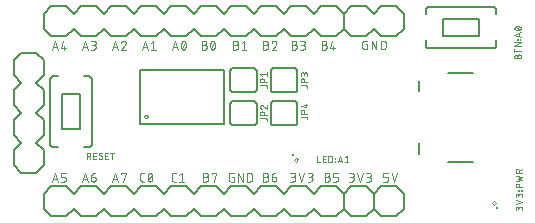
<source format=gbr>
G04 EAGLE Gerber RS-274X export*
G75*
%MOMM*%
%FSLAX34Y34*%
%LPD*%
%INSilkscreen Top*%
%IPPOS*%
%AMOC8*
5,1,8,0,0,1.08239X$1,22.5*%
G01*
%ADD10C,0.076200*%
%ADD11C,0.050800*%
%ADD12C,0.203200*%
%ADD13C,0.127000*%
%ADD14C,0.050000*%
%ADD15C,0.063400*%
%ADD16C,0.250000*%
%ADD17C,0.152400*%


D10*
X35941Y145161D02*
X38396Y152527D01*
X40852Y145161D01*
X40238Y147003D02*
X36555Y147003D01*
X43665Y146798D02*
X45302Y152527D01*
X43665Y146798D02*
X47758Y146798D01*
X46530Y148435D02*
X46530Y145161D01*
X61341Y145161D02*
X63796Y152527D01*
X66252Y145161D01*
X65638Y147003D02*
X61955Y147003D01*
X69065Y145161D02*
X71112Y145161D01*
X71201Y145163D01*
X71290Y145169D01*
X71379Y145179D01*
X71467Y145192D01*
X71555Y145209D01*
X71642Y145231D01*
X71727Y145256D01*
X71812Y145284D01*
X71895Y145317D01*
X71977Y145353D01*
X72057Y145392D01*
X72135Y145435D01*
X72211Y145481D01*
X72286Y145531D01*
X72358Y145584D01*
X72427Y145640D01*
X72494Y145699D01*
X72559Y145760D01*
X72620Y145825D01*
X72679Y145892D01*
X72735Y145961D01*
X72788Y146033D01*
X72838Y146108D01*
X72884Y146184D01*
X72927Y146262D01*
X72966Y146342D01*
X73002Y146424D01*
X73035Y146507D01*
X73063Y146592D01*
X73088Y146677D01*
X73110Y146764D01*
X73127Y146852D01*
X73140Y146940D01*
X73150Y147029D01*
X73156Y147118D01*
X73158Y147207D01*
X73156Y147296D01*
X73150Y147385D01*
X73140Y147474D01*
X73127Y147562D01*
X73110Y147650D01*
X73088Y147737D01*
X73063Y147822D01*
X73035Y147907D01*
X73002Y147990D01*
X72966Y148072D01*
X72927Y148152D01*
X72884Y148230D01*
X72838Y148306D01*
X72788Y148381D01*
X72735Y148453D01*
X72679Y148522D01*
X72620Y148589D01*
X72559Y148654D01*
X72494Y148715D01*
X72427Y148774D01*
X72358Y148830D01*
X72286Y148883D01*
X72211Y148933D01*
X72135Y148979D01*
X72057Y149022D01*
X71977Y149061D01*
X71895Y149097D01*
X71812Y149130D01*
X71727Y149158D01*
X71642Y149183D01*
X71555Y149205D01*
X71467Y149222D01*
X71379Y149235D01*
X71290Y149245D01*
X71201Y149251D01*
X71112Y149253D01*
X71521Y152527D02*
X69065Y152527D01*
X71521Y152527D02*
X71600Y152525D01*
X71679Y152519D01*
X71758Y152510D01*
X71836Y152497D01*
X71913Y152479D01*
X71989Y152459D01*
X72064Y152434D01*
X72138Y152406D01*
X72211Y152375D01*
X72282Y152339D01*
X72351Y152301D01*
X72418Y152259D01*
X72483Y152214D01*
X72546Y152166D01*
X72607Y152115D01*
X72664Y152061D01*
X72720Y152005D01*
X72772Y151946D01*
X72822Y151884D01*
X72868Y151820D01*
X72912Y151754D01*
X72952Y151686D01*
X72988Y151616D01*
X73022Y151544D01*
X73052Y151470D01*
X73078Y151396D01*
X73101Y151320D01*
X73119Y151243D01*
X73135Y151166D01*
X73146Y151087D01*
X73154Y151009D01*
X73158Y150930D01*
X73158Y150850D01*
X73154Y150771D01*
X73146Y150693D01*
X73135Y150614D01*
X73119Y150537D01*
X73101Y150460D01*
X73078Y150384D01*
X73052Y150310D01*
X73022Y150236D01*
X72988Y150164D01*
X72952Y150094D01*
X72912Y150026D01*
X72868Y149960D01*
X72822Y149896D01*
X72772Y149834D01*
X72720Y149775D01*
X72664Y149719D01*
X72607Y149665D01*
X72546Y149614D01*
X72483Y149566D01*
X72418Y149521D01*
X72351Y149479D01*
X72282Y149441D01*
X72211Y149405D01*
X72138Y149374D01*
X72064Y149346D01*
X71989Y149321D01*
X71913Y149301D01*
X71836Y149283D01*
X71758Y149270D01*
X71679Y149261D01*
X71600Y149255D01*
X71521Y149253D01*
X69884Y149253D01*
X86741Y145161D02*
X89196Y152527D01*
X91652Y145161D01*
X91038Y147003D02*
X87355Y147003D01*
X96716Y152528D02*
X96801Y152526D01*
X96886Y152520D01*
X96970Y152510D01*
X97054Y152497D01*
X97138Y152479D01*
X97220Y152458D01*
X97301Y152433D01*
X97381Y152404D01*
X97460Y152371D01*
X97537Y152335D01*
X97612Y152295D01*
X97686Y152252D01*
X97757Y152206D01*
X97826Y152156D01*
X97893Y152103D01*
X97957Y152047D01*
X98018Y151988D01*
X98077Y151927D01*
X98133Y151863D01*
X98186Y151796D01*
X98236Y151727D01*
X98282Y151656D01*
X98325Y151582D01*
X98365Y151507D01*
X98401Y151430D01*
X98434Y151351D01*
X98463Y151271D01*
X98488Y151190D01*
X98509Y151108D01*
X98527Y151024D01*
X98540Y150940D01*
X98550Y150856D01*
X98556Y150771D01*
X98558Y150686D01*
X96716Y152527D02*
X96620Y152525D01*
X96524Y152519D01*
X96429Y152509D01*
X96334Y152496D01*
X96239Y152478D01*
X96146Y152457D01*
X96053Y152432D01*
X95962Y152403D01*
X95871Y152371D01*
X95782Y152335D01*
X95695Y152295D01*
X95609Y152252D01*
X95525Y152206D01*
X95443Y152156D01*
X95363Y152102D01*
X95286Y152046D01*
X95211Y151986D01*
X95138Y151924D01*
X95068Y151858D01*
X95000Y151790D01*
X94935Y151719D01*
X94874Y151646D01*
X94815Y151570D01*
X94759Y151491D01*
X94707Y151411D01*
X94658Y151328D01*
X94612Y151244D01*
X94570Y151158D01*
X94532Y151070D01*
X94497Y150981D01*
X94465Y150890D01*
X97944Y149254D02*
X98004Y149313D01*
X98061Y149375D01*
X98116Y149439D01*
X98167Y149506D01*
X98216Y149575D01*
X98262Y149645D01*
X98305Y149718D01*
X98345Y149792D01*
X98381Y149868D01*
X98414Y149946D01*
X98444Y150025D01*
X98471Y150105D01*
X98494Y150186D01*
X98513Y150268D01*
X98529Y150350D01*
X98542Y150434D01*
X98551Y150518D01*
X98556Y150602D01*
X98558Y150686D01*
X97944Y149253D02*
X94465Y145161D01*
X98558Y145161D01*
X112141Y145161D02*
X114596Y152527D01*
X117052Y145161D01*
X116438Y147003D02*
X112755Y147003D01*
X119865Y150890D02*
X121912Y152527D01*
X121912Y145161D01*
X123958Y145161D02*
X119865Y145161D01*
X137541Y145161D02*
X139996Y152527D01*
X142452Y145161D01*
X141838Y147003D02*
X138155Y147003D01*
X145266Y148844D02*
X145268Y148997D01*
X145274Y149150D01*
X145283Y149302D01*
X145297Y149455D01*
X145314Y149607D01*
X145335Y149758D01*
X145360Y149909D01*
X145389Y150059D01*
X145421Y150209D01*
X145458Y150357D01*
X145498Y150505D01*
X145541Y150652D01*
X145589Y150797D01*
X145640Y150941D01*
X145694Y151084D01*
X145753Y151226D01*
X145814Y151365D01*
X145880Y151504D01*
X145906Y151574D01*
X145936Y151644D01*
X145969Y151711D01*
X146005Y151777D01*
X146044Y151841D01*
X146087Y151903D01*
X146133Y151962D01*
X146181Y152020D01*
X146232Y152074D01*
X146286Y152127D01*
X146343Y152176D01*
X146402Y152223D01*
X146463Y152266D01*
X146526Y152307D01*
X146591Y152344D01*
X146658Y152379D01*
X146727Y152409D01*
X146797Y152437D01*
X146868Y152460D01*
X146940Y152481D01*
X147013Y152497D01*
X147087Y152510D01*
X147162Y152520D01*
X147237Y152525D01*
X147312Y152527D01*
X147387Y152525D01*
X147462Y152520D01*
X147537Y152510D01*
X147611Y152497D01*
X147684Y152481D01*
X147756Y152460D01*
X147827Y152437D01*
X147897Y152409D01*
X147966Y152379D01*
X148033Y152344D01*
X148098Y152307D01*
X148161Y152266D01*
X148222Y152223D01*
X148281Y152176D01*
X148338Y152127D01*
X148392Y152074D01*
X148443Y152020D01*
X148492Y151962D01*
X148537Y151903D01*
X148580Y151841D01*
X148619Y151777D01*
X148656Y151711D01*
X148688Y151643D01*
X148718Y151574D01*
X148744Y151504D01*
X148809Y151366D01*
X148871Y151226D01*
X148929Y151084D01*
X148984Y150941D01*
X149035Y150797D01*
X149083Y150652D01*
X149126Y150505D01*
X149166Y150358D01*
X149203Y150209D01*
X149235Y150059D01*
X149264Y149909D01*
X149289Y149758D01*
X149310Y149607D01*
X149327Y149455D01*
X149341Y149302D01*
X149350Y149150D01*
X149356Y148997D01*
X149358Y148844D01*
X145265Y148844D02*
X145267Y148691D01*
X145273Y148538D01*
X145282Y148385D01*
X145296Y148233D01*
X145313Y148081D01*
X145334Y147930D01*
X145359Y147779D01*
X145388Y147628D01*
X145420Y147479D01*
X145457Y147330D01*
X145497Y147183D01*
X145540Y147036D01*
X145588Y146891D01*
X145639Y146746D01*
X145694Y146604D01*
X145752Y146462D01*
X145814Y146322D01*
X145879Y146184D01*
X145880Y146184D02*
X145906Y146113D01*
X145936Y146044D01*
X145969Y145977D01*
X146005Y145911D01*
X146044Y145847D01*
X146087Y145785D01*
X146133Y145726D01*
X146181Y145668D01*
X146232Y145614D01*
X146286Y145561D01*
X146343Y145512D01*
X146402Y145465D01*
X146463Y145422D01*
X146526Y145381D01*
X146591Y145344D01*
X146658Y145309D01*
X146727Y145279D01*
X146797Y145251D01*
X146868Y145228D01*
X146940Y145207D01*
X147013Y145191D01*
X147087Y145178D01*
X147162Y145168D01*
X147237Y145163D01*
X147312Y145161D01*
X148743Y146184D02*
X148808Y146322D01*
X148870Y146462D01*
X148928Y146604D01*
X148983Y146747D01*
X149034Y146891D01*
X149082Y147036D01*
X149125Y147183D01*
X149165Y147331D01*
X149202Y147479D01*
X149234Y147629D01*
X149263Y147779D01*
X149288Y147930D01*
X149309Y148081D01*
X149326Y148233D01*
X149340Y148386D01*
X149349Y148538D01*
X149355Y148691D01*
X149357Y148844D01*
X148744Y146184D02*
X148718Y146114D01*
X148688Y146044D01*
X148656Y145977D01*
X148619Y145911D01*
X148580Y145847D01*
X148537Y145785D01*
X148491Y145726D01*
X148443Y145668D01*
X148392Y145614D01*
X148338Y145561D01*
X148281Y145512D01*
X148222Y145465D01*
X148161Y145422D01*
X148098Y145381D01*
X148033Y145344D01*
X147966Y145309D01*
X147897Y145279D01*
X147827Y145251D01*
X147756Y145228D01*
X147684Y145207D01*
X147611Y145191D01*
X147537Y145178D01*
X147462Y145168D01*
X147387Y145163D01*
X147312Y145161D01*
X145675Y146798D02*
X148948Y150890D01*
X162941Y149253D02*
X164987Y149253D01*
X165076Y149251D01*
X165165Y149245D01*
X165254Y149235D01*
X165342Y149222D01*
X165430Y149205D01*
X165517Y149183D01*
X165602Y149158D01*
X165687Y149130D01*
X165770Y149097D01*
X165852Y149061D01*
X165932Y149022D01*
X166010Y148979D01*
X166086Y148933D01*
X166161Y148883D01*
X166233Y148830D01*
X166302Y148774D01*
X166369Y148715D01*
X166434Y148654D01*
X166495Y148589D01*
X166554Y148522D01*
X166610Y148453D01*
X166663Y148381D01*
X166713Y148306D01*
X166759Y148230D01*
X166802Y148152D01*
X166841Y148072D01*
X166877Y147990D01*
X166910Y147907D01*
X166938Y147822D01*
X166963Y147737D01*
X166985Y147650D01*
X167002Y147562D01*
X167015Y147474D01*
X167025Y147385D01*
X167031Y147296D01*
X167033Y147207D01*
X167031Y147118D01*
X167025Y147029D01*
X167015Y146940D01*
X167002Y146852D01*
X166985Y146764D01*
X166963Y146677D01*
X166938Y146592D01*
X166910Y146507D01*
X166877Y146424D01*
X166841Y146342D01*
X166802Y146262D01*
X166759Y146184D01*
X166713Y146108D01*
X166663Y146033D01*
X166610Y145961D01*
X166554Y145892D01*
X166495Y145825D01*
X166434Y145760D01*
X166369Y145699D01*
X166302Y145640D01*
X166233Y145584D01*
X166161Y145531D01*
X166086Y145481D01*
X166010Y145435D01*
X165932Y145392D01*
X165852Y145353D01*
X165770Y145317D01*
X165687Y145284D01*
X165602Y145256D01*
X165517Y145231D01*
X165430Y145209D01*
X165342Y145192D01*
X165254Y145179D01*
X165165Y145169D01*
X165076Y145163D01*
X164987Y145161D01*
X162941Y145161D01*
X162941Y152527D01*
X164987Y152527D01*
X165066Y152525D01*
X165145Y152519D01*
X165224Y152510D01*
X165302Y152497D01*
X165379Y152479D01*
X165455Y152459D01*
X165530Y152434D01*
X165604Y152406D01*
X165677Y152375D01*
X165748Y152339D01*
X165817Y152301D01*
X165884Y152259D01*
X165949Y152214D01*
X166012Y152166D01*
X166073Y152115D01*
X166130Y152061D01*
X166186Y152005D01*
X166238Y151946D01*
X166288Y151884D01*
X166334Y151820D01*
X166378Y151754D01*
X166418Y151686D01*
X166454Y151616D01*
X166488Y151544D01*
X166518Y151470D01*
X166544Y151396D01*
X166567Y151320D01*
X166585Y151243D01*
X166601Y151166D01*
X166612Y151087D01*
X166620Y151009D01*
X166624Y150930D01*
X166624Y150850D01*
X166620Y150771D01*
X166612Y150693D01*
X166601Y150614D01*
X166585Y150537D01*
X166567Y150460D01*
X166544Y150384D01*
X166518Y150310D01*
X166488Y150236D01*
X166454Y150164D01*
X166418Y150094D01*
X166378Y150026D01*
X166334Y149960D01*
X166288Y149896D01*
X166238Y149834D01*
X166186Y149775D01*
X166130Y149719D01*
X166073Y149665D01*
X166012Y149614D01*
X165949Y149566D01*
X165884Y149521D01*
X165817Y149479D01*
X165748Y149441D01*
X165677Y149405D01*
X165604Y149374D01*
X165530Y149346D01*
X165455Y149321D01*
X165379Y149301D01*
X165302Y149283D01*
X165224Y149270D01*
X165145Y149261D01*
X165066Y149255D01*
X164987Y149253D01*
X169895Y148844D02*
X169897Y148997D01*
X169903Y149150D01*
X169912Y149302D01*
X169926Y149455D01*
X169943Y149607D01*
X169964Y149758D01*
X169989Y149909D01*
X170018Y150059D01*
X170050Y150209D01*
X170087Y150357D01*
X170127Y150505D01*
X170170Y150652D01*
X170218Y150797D01*
X170269Y150941D01*
X170323Y151084D01*
X170382Y151226D01*
X170443Y151365D01*
X170509Y151504D01*
X170535Y151574D01*
X170565Y151644D01*
X170598Y151711D01*
X170634Y151777D01*
X170673Y151841D01*
X170716Y151903D01*
X170762Y151962D01*
X170810Y152020D01*
X170861Y152074D01*
X170915Y152127D01*
X170972Y152176D01*
X171031Y152223D01*
X171092Y152266D01*
X171155Y152307D01*
X171220Y152344D01*
X171287Y152379D01*
X171356Y152409D01*
X171426Y152437D01*
X171497Y152460D01*
X171569Y152481D01*
X171642Y152497D01*
X171716Y152510D01*
X171791Y152520D01*
X171866Y152525D01*
X171941Y152527D01*
X172016Y152525D01*
X172091Y152520D01*
X172166Y152510D01*
X172240Y152497D01*
X172313Y152481D01*
X172385Y152460D01*
X172456Y152437D01*
X172526Y152409D01*
X172595Y152379D01*
X172662Y152344D01*
X172727Y152307D01*
X172790Y152266D01*
X172851Y152223D01*
X172910Y152176D01*
X172967Y152127D01*
X173021Y152074D01*
X173072Y152020D01*
X173121Y151962D01*
X173166Y151903D01*
X173209Y151841D01*
X173248Y151777D01*
X173285Y151711D01*
X173317Y151643D01*
X173347Y151574D01*
X173373Y151504D01*
X173438Y151366D01*
X173500Y151226D01*
X173558Y151084D01*
X173613Y150941D01*
X173664Y150797D01*
X173712Y150652D01*
X173755Y150505D01*
X173795Y150358D01*
X173832Y150209D01*
X173864Y150059D01*
X173893Y149909D01*
X173918Y149758D01*
X173939Y149607D01*
X173956Y149455D01*
X173970Y149302D01*
X173979Y149150D01*
X173985Y148997D01*
X173987Y148844D01*
X169894Y148844D02*
X169896Y148691D01*
X169902Y148538D01*
X169911Y148385D01*
X169925Y148233D01*
X169942Y148081D01*
X169963Y147930D01*
X169988Y147779D01*
X170017Y147628D01*
X170049Y147479D01*
X170086Y147330D01*
X170126Y147183D01*
X170169Y147036D01*
X170217Y146891D01*
X170268Y146746D01*
X170323Y146604D01*
X170381Y146462D01*
X170443Y146322D01*
X170508Y146184D01*
X170509Y146184D02*
X170535Y146113D01*
X170565Y146044D01*
X170598Y145977D01*
X170634Y145911D01*
X170673Y145847D01*
X170716Y145785D01*
X170762Y145726D01*
X170810Y145668D01*
X170861Y145614D01*
X170915Y145561D01*
X170972Y145512D01*
X171031Y145465D01*
X171092Y145422D01*
X171155Y145381D01*
X171220Y145344D01*
X171287Y145309D01*
X171356Y145279D01*
X171426Y145251D01*
X171497Y145228D01*
X171569Y145207D01*
X171642Y145191D01*
X171716Y145178D01*
X171791Y145168D01*
X171866Y145163D01*
X171941Y145161D01*
X173373Y146184D02*
X173438Y146322D01*
X173500Y146462D01*
X173558Y146604D01*
X173613Y146747D01*
X173664Y146891D01*
X173712Y147036D01*
X173755Y147183D01*
X173795Y147331D01*
X173832Y147479D01*
X173864Y147629D01*
X173893Y147779D01*
X173918Y147930D01*
X173939Y148081D01*
X173956Y148233D01*
X173970Y148386D01*
X173979Y148538D01*
X173985Y148691D01*
X173987Y148844D01*
X173373Y146184D02*
X173347Y146114D01*
X173317Y146044D01*
X173285Y145977D01*
X173248Y145911D01*
X173209Y145847D01*
X173166Y145785D01*
X173120Y145726D01*
X173072Y145668D01*
X173021Y145614D01*
X172967Y145561D01*
X172910Y145512D01*
X172851Y145465D01*
X172790Y145422D01*
X172727Y145381D01*
X172662Y145344D01*
X172595Y145309D01*
X172526Y145279D01*
X172456Y145251D01*
X172385Y145228D01*
X172313Y145207D01*
X172240Y145191D01*
X172166Y145178D01*
X172091Y145168D01*
X172016Y145163D01*
X171941Y145161D01*
X170304Y146798D02*
X173578Y150890D01*
X189611Y149253D02*
X191657Y149253D01*
X191746Y149251D01*
X191835Y149245D01*
X191924Y149235D01*
X192012Y149222D01*
X192100Y149205D01*
X192187Y149183D01*
X192272Y149158D01*
X192357Y149130D01*
X192440Y149097D01*
X192522Y149061D01*
X192602Y149022D01*
X192680Y148979D01*
X192756Y148933D01*
X192831Y148883D01*
X192903Y148830D01*
X192972Y148774D01*
X193039Y148715D01*
X193104Y148654D01*
X193165Y148589D01*
X193224Y148522D01*
X193280Y148453D01*
X193333Y148381D01*
X193383Y148306D01*
X193429Y148230D01*
X193472Y148152D01*
X193511Y148072D01*
X193547Y147990D01*
X193580Y147907D01*
X193608Y147822D01*
X193633Y147737D01*
X193655Y147650D01*
X193672Y147562D01*
X193685Y147474D01*
X193695Y147385D01*
X193701Y147296D01*
X193703Y147207D01*
X193701Y147118D01*
X193695Y147029D01*
X193685Y146940D01*
X193672Y146852D01*
X193655Y146764D01*
X193633Y146677D01*
X193608Y146592D01*
X193580Y146507D01*
X193547Y146424D01*
X193511Y146342D01*
X193472Y146262D01*
X193429Y146184D01*
X193383Y146108D01*
X193333Y146033D01*
X193280Y145961D01*
X193224Y145892D01*
X193165Y145825D01*
X193104Y145760D01*
X193039Y145699D01*
X192972Y145640D01*
X192903Y145584D01*
X192831Y145531D01*
X192756Y145481D01*
X192680Y145435D01*
X192602Y145392D01*
X192522Y145353D01*
X192440Y145317D01*
X192357Y145284D01*
X192272Y145256D01*
X192187Y145231D01*
X192100Y145209D01*
X192012Y145192D01*
X191924Y145179D01*
X191835Y145169D01*
X191746Y145163D01*
X191657Y145161D01*
X189611Y145161D01*
X189611Y152527D01*
X191657Y152527D01*
X191736Y152525D01*
X191815Y152519D01*
X191894Y152510D01*
X191972Y152497D01*
X192049Y152479D01*
X192125Y152459D01*
X192200Y152434D01*
X192274Y152406D01*
X192347Y152375D01*
X192418Y152339D01*
X192487Y152301D01*
X192554Y152259D01*
X192619Y152214D01*
X192682Y152166D01*
X192743Y152115D01*
X192800Y152061D01*
X192856Y152005D01*
X192908Y151946D01*
X192958Y151884D01*
X193004Y151820D01*
X193048Y151754D01*
X193088Y151686D01*
X193124Y151616D01*
X193158Y151544D01*
X193188Y151470D01*
X193214Y151396D01*
X193237Y151320D01*
X193255Y151243D01*
X193271Y151166D01*
X193282Y151087D01*
X193290Y151009D01*
X193294Y150930D01*
X193294Y150850D01*
X193290Y150771D01*
X193282Y150693D01*
X193271Y150614D01*
X193255Y150537D01*
X193237Y150460D01*
X193214Y150384D01*
X193188Y150310D01*
X193158Y150236D01*
X193124Y150164D01*
X193088Y150094D01*
X193048Y150026D01*
X193004Y149960D01*
X192958Y149896D01*
X192908Y149834D01*
X192856Y149775D01*
X192800Y149719D01*
X192743Y149665D01*
X192682Y149614D01*
X192619Y149566D01*
X192554Y149521D01*
X192487Y149479D01*
X192418Y149441D01*
X192347Y149405D01*
X192274Y149374D01*
X192200Y149346D01*
X192125Y149321D01*
X192049Y149301D01*
X191972Y149283D01*
X191894Y149270D01*
X191815Y149261D01*
X191736Y149255D01*
X191657Y149253D01*
X196565Y150890D02*
X198611Y152527D01*
X198611Y145161D01*
X196565Y145161D02*
X200657Y145161D01*
X215011Y149253D02*
X217057Y149253D01*
X217146Y149251D01*
X217235Y149245D01*
X217324Y149235D01*
X217412Y149222D01*
X217500Y149205D01*
X217587Y149183D01*
X217672Y149158D01*
X217757Y149130D01*
X217840Y149097D01*
X217922Y149061D01*
X218002Y149022D01*
X218080Y148979D01*
X218156Y148933D01*
X218231Y148883D01*
X218303Y148830D01*
X218372Y148774D01*
X218439Y148715D01*
X218504Y148654D01*
X218565Y148589D01*
X218624Y148522D01*
X218680Y148453D01*
X218733Y148381D01*
X218783Y148306D01*
X218829Y148230D01*
X218872Y148152D01*
X218911Y148072D01*
X218947Y147990D01*
X218980Y147907D01*
X219008Y147822D01*
X219033Y147737D01*
X219055Y147650D01*
X219072Y147562D01*
X219085Y147474D01*
X219095Y147385D01*
X219101Y147296D01*
X219103Y147207D01*
X219101Y147118D01*
X219095Y147029D01*
X219085Y146940D01*
X219072Y146852D01*
X219055Y146764D01*
X219033Y146677D01*
X219008Y146592D01*
X218980Y146507D01*
X218947Y146424D01*
X218911Y146342D01*
X218872Y146262D01*
X218829Y146184D01*
X218783Y146108D01*
X218733Y146033D01*
X218680Y145961D01*
X218624Y145892D01*
X218565Y145825D01*
X218504Y145760D01*
X218439Y145699D01*
X218372Y145640D01*
X218303Y145584D01*
X218231Y145531D01*
X218156Y145481D01*
X218080Y145435D01*
X218002Y145392D01*
X217922Y145353D01*
X217840Y145317D01*
X217757Y145284D01*
X217672Y145256D01*
X217587Y145231D01*
X217500Y145209D01*
X217412Y145192D01*
X217324Y145179D01*
X217235Y145169D01*
X217146Y145163D01*
X217057Y145161D01*
X215011Y145161D01*
X215011Y152527D01*
X217057Y152527D01*
X217136Y152525D01*
X217215Y152519D01*
X217294Y152510D01*
X217372Y152497D01*
X217449Y152479D01*
X217525Y152459D01*
X217600Y152434D01*
X217674Y152406D01*
X217747Y152375D01*
X217818Y152339D01*
X217887Y152301D01*
X217954Y152259D01*
X218019Y152214D01*
X218082Y152166D01*
X218143Y152115D01*
X218200Y152061D01*
X218256Y152005D01*
X218308Y151946D01*
X218358Y151884D01*
X218404Y151820D01*
X218448Y151754D01*
X218488Y151686D01*
X218524Y151616D01*
X218558Y151544D01*
X218588Y151470D01*
X218614Y151396D01*
X218637Y151320D01*
X218655Y151243D01*
X218671Y151166D01*
X218682Y151087D01*
X218690Y151009D01*
X218694Y150930D01*
X218694Y150850D01*
X218690Y150771D01*
X218682Y150693D01*
X218671Y150614D01*
X218655Y150537D01*
X218637Y150460D01*
X218614Y150384D01*
X218588Y150310D01*
X218558Y150236D01*
X218524Y150164D01*
X218488Y150094D01*
X218448Y150026D01*
X218404Y149960D01*
X218358Y149896D01*
X218308Y149834D01*
X218256Y149775D01*
X218200Y149719D01*
X218143Y149665D01*
X218082Y149614D01*
X218019Y149566D01*
X217954Y149521D01*
X217887Y149479D01*
X217818Y149441D01*
X217747Y149405D01*
X217674Y149374D01*
X217600Y149346D01*
X217525Y149321D01*
X217449Y149301D01*
X217372Y149283D01*
X217294Y149270D01*
X217215Y149261D01*
X217136Y149255D01*
X217057Y149253D01*
X224215Y152528D02*
X224300Y152526D01*
X224385Y152520D01*
X224469Y152510D01*
X224553Y152497D01*
X224637Y152479D01*
X224719Y152458D01*
X224800Y152433D01*
X224880Y152404D01*
X224959Y152371D01*
X225036Y152335D01*
X225111Y152295D01*
X225185Y152252D01*
X225256Y152206D01*
X225325Y152156D01*
X225392Y152103D01*
X225456Y152047D01*
X225517Y151988D01*
X225576Y151927D01*
X225632Y151863D01*
X225685Y151796D01*
X225735Y151727D01*
X225781Y151656D01*
X225824Y151582D01*
X225864Y151507D01*
X225900Y151430D01*
X225933Y151351D01*
X225962Y151271D01*
X225987Y151190D01*
X226008Y151108D01*
X226026Y151024D01*
X226039Y150940D01*
X226049Y150856D01*
X226055Y150771D01*
X226057Y150686D01*
X224215Y152527D02*
X224119Y152525D01*
X224023Y152519D01*
X223928Y152509D01*
X223833Y152496D01*
X223738Y152478D01*
X223645Y152457D01*
X223552Y152432D01*
X223461Y152403D01*
X223370Y152371D01*
X223281Y152335D01*
X223194Y152295D01*
X223108Y152252D01*
X223024Y152206D01*
X222942Y152156D01*
X222862Y152102D01*
X222785Y152046D01*
X222710Y151986D01*
X222637Y151924D01*
X222567Y151858D01*
X222499Y151790D01*
X222434Y151719D01*
X222373Y151646D01*
X222314Y151570D01*
X222258Y151491D01*
X222206Y151411D01*
X222157Y151328D01*
X222111Y151244D01*
X222069Y151158D01*
X222031Y151070D01*
X221996Y150981D01*
X221964Y150890D01*
X225443Y149254D02*
X225503Y149313D01*
X225560Y149375D01*
X225615Y149439D01*
X225666Y149506D01*
X225715Y149575D01*
X225761Y149645D01*
X225804Y149718D01*
X225844Y149792D01*
X225880Y149868D01*
X225913Y149946D01*
X225943Y150025D01*
X225970Y150105D01*
X225993Y150186D01*
X226012Y150268D01*
X226028Y150350D01*
X226041Y150434D01*
X226050Y150518D01*
X226055Y150602D01*
X226057Y150686D01*
X225443Y149253D02*
X221965Y145161D01*
X226057Y145161D01*
X239141Y149253D02*
X241187Y149253D01*
X241276Y149251D01*
X241365Y149245D01*
X241454Y149235D01*
X241542Y149222D01*
X241630Y149205D01*
X241717Y149183D01*
X241802Y149158D01*
X241887Y149130D01*
X241970Y149097D01*
X242052Y149061D01*
X242132Y149022D01*
X242210Y148979D01*
X242286Y148933D01*
X242361Y148883D01*
X242433Y148830D01*
X242502Y148774D01*
X242569Y148715D01*
X242634Y148654D01*
X242695Y148589D01*
X242754Y148522D01*
X242810Y148453D01*
X242863Y148381D01*
X242913Y148306D01*
X242959Y148230D01*
X243002Y148152D01*
X243041Y148072D01*
X243077Y147990D01*
X243110Y147907D01*
X243138Y147822D01*
X243163Y147737D01*
X243185Y147650D01*
X243202Y147562D01*
X243215Y147474D01*
X243225Y147385D01*
X243231Y147296D01*
X243233Y147207D01*
X243231Y147118D01*
X243225Y147029D01*
X243215Y146940D01*
X243202Y146852D01*
X243185Y146764D01*
X243163Y146677D01*
X243138Y146592D01*
X243110Y146507D01*
X243077Y146424D01*
X243041Y146342D01*
X243002Y146262D01*
X242959Y146184D01*
X242913Y146108D01*
X242863Y146033D01*
X242810Y145961D01*
X242754Y145892D01*
X242695Y145825D01*
X242634Y145760D01*
X242569Y145699D01*
X242502Y145640D01*
X242433Y145584D01*
X242361Y145531D01*
X242286Y145481D01*
X242210Y145435D01*
X242132Y145392D01*
X242052Y145353D01*
X241970Y145317D01*
X241887Y145284D01*
X241802Y145256D01*
X241717Y145231D01*
X241630Y145209D01*
X241542Y145192D01*
X241454Y145179D01*
X241365Y145169D01*
X241276Y145163D01*
X241187Y145161D01*
X239141Y145161D01*
X239141Y152527D01*
X241187Y152527D01*
X241266Y152525D01*
X241345Y152519D01*
X241424Y152510D01*
X241502Y152497D01*
X241579Y152479D01*
X241655Y152459D01*
X241730Y152434D01*
X241804Y152406D01*
X241877Y152375D01*
X241948Y152339D01*
X242017Y152301D01*
X242084Y152259D01*
X242149Y152214D01*
X242212Y152166D01*
X242273Y152115D01*
X242330Y152061D01*
X242386Y152005D01*
X242438Y151946D01*
X242488Y151884D01*
X242534Y151820D01*
X242578Y151754D01*
X242618Y151686D01*
X242654Y151616D01*
X242688Y151544D01*
X242718Y151470D01*
X242744Y151396D01*
X242767Y151320D01*
X242785Y151243D01*
X242801Y151166D01*
X242812Y151087D01*
X242820Y151009D01*
X242824Y150930D01*
X242824Y150850D01*
X242820Y150771D01*
X242812Y150693D01*
X242801Y150614D01*
X242785Y150537D01*
X242767Y150460D01*
X242744Y150384D01*
X242718Y150310D01*
X242688Y150236D01*
X242654Y150164D01*
X242618Y150094D01*
X242578Y150026D01*
X242534Y149960D01*
X242488Y149896D01*
X242438Y149834D01*
X242386Y149775D01*
X242330Y149719D01*
X242273Y149665D01*
X242212Y149614D01*
X242149Y149566D01*
X242084Y149521D01*
X242017Y149479D01*
X241948Y149441D01*
X241877Y149405D01*
X241804Y149374D01*
X241730Y149346D01*
X241655Y149321D01*
X241579Y149301D01*
X241502Y149283D01*
X241424Y149270D01*
X241345Y149261D01*
X241266Y149255D01*
X241187Y149253D01*
X246095Y145161D02*
X248141Y145161D01*
X248230Y145163D01*
X248319Y145169D01*
X248408Y145179D01*
X248496Y145192D01*
X248584Y145209D01*
X248671Y145231D01*
X248756Y145256D01*
X248841Y145284D01*
X248924Y145317D01*
X249006Y145353D01*
X249086Y145392D01*
X249164Y145435D01*
X249240Y145481D01*
X249315Y145531D01*
X249387Y145584D01*
X249456Y145640D01*
X249523Y145699D01*
X249588Y145760D01*
X249649Y145825D01*
X249708Y145892D01*
X249764Y145961D01*
X249817Y146033D01*
X249867Y146108D01*
X249913Y146184D01*
X249956Y146262D01*
X249995Y146342D01*
X250031Y146424D01*
X250064Y146507D01*
X250092Y146592D01*
X250117Y146677D01*
X250139Y146764D01*
X250156Y146852D01*
X250169Y146940D01*
X250179Y147029D01*
X250185Y147118D01*
X250187Y147207D01*
X250185Y147296D01*
X250179Y147385D01*
X250169Y147474D01*
X250156Y147562D01*
X250139Y147650D01*
X250117Y147737D01*
X250092Y147822D01*
X250064Y147907D01*
X250031Y147990D01*
X249995Y148072D01*
X249956Y148152D01*
X249913Y148230D01*
X249867Y148306D01*
X249817Y148381D01*
X249764Y148453D01*
X249708Y148522D01*
X249649Y148589D01*
X249588Y148654D01*
X249523Y148715D01*
X249456Y148774D01*
X249387Y148830D01*
X249315Y148883D01*
X249240Y148933D01*
X249164Y148979D01*
X249086Y149022D01*
X249006Y149061D01*
X248924Y149097D01*
X248841Y149130D01*
X248756Y149158D01*
X248671Y149183D01*
X248584Y149205D01*
X248496Y149222D01*
X248408Y149235D01*
X248319Y149245D01*
X248230Y149251D01*
X248141Y149253D01*
X248550Y152527D02*
X246095Y152527D01*
X248550Y152527D02*
X248629Y152525D01*
X248708Y152519D01*
X248787Y152510D01*
X248865Y152497D01*
X248942Y152479D01*
X249018Y152459D01*
X249093Y152434D01*
X249167Y152406D01*
X249240Y152375D01*
X249311Y152339D01*
X249380Y152301D01*
X249447Y152259D01*
X249512Y152214D01*
X249575Y152166D01*
X249636Y152115D01*
X249693Y152061D01*
X249749Y152005D01*
X249801Y151946D01*
X249851Y151884D01*
X249897Y151820D01*
X249941Y151754D01*
X249981Y151686D01*
X250017Y151616D01*
X250051Y151544D01*
X250081Y151470D01*
X250107Y151396D01*
X250130Y151320D01*
X250148Y151243D01*
X250164Y151166D01*
X250175Y151087D01*
X250183Y151009D01*
X250187Y150930D01*
X250187Y150850D01*
X250183Y150771D01*
X250175Y150693D01*
X250164Y150614D01*
X250148Y150537D01*
X250130Y150460D01*
X250107Y150384D01*
X250081Y150310D01*
X250051Y150236D01*
X250017Y150164D01*
X249981Y150094D01*
X249941Y150026D01*
X249897Y149960D01*
X249851Y149896D01*
X249801Y149834D01*
X249749Y149775D01*
X249693Y149719D01*
X249636Y149665D01*
X249575Y149614D01*
X249512Y149566D01*
X249447Y149521D01*
X249380Y149479D01*
X249311Y149441D01*
X249240Y149405D01*
X249167Y149374D01*
X249093Y149346D01*
X249018Y149321D01*
X248942Y149301D01*
X248865Y149283D01*
X248787Y149270D01*
X248708Y149261D01*
X248629Y149255D01*
X248550Y149253D01*
X246913Y149253D01*
X264541Y149253D02*
X266587Y149253D01*
X266676Y149251D01*
X266765Y149245D01*
X266854Y149235D01*
X266942Y149222D01*
X267030Y149205D01*
X267117Y149183D01*
X267202Y149158D01*
X267287Y149130D01*
X267370Y149097D01*
X267452Y149061D01*
X267532Y149022D01*
X267610Y148979D01*
X267686Y148933D01*
X267761Y148883D01*
X267833Y148830D01*
X267902Y148774D01*
X267969Y148715D01*
X268034Y148654D01*
X268095Y148589D01*
X268154Y148522D01*
X268210Y148453D01*
X268263Y148381D01*
X268313Y148306D01*
X268359Y148230D01*
X268402Y148152D01*
X268441Y148072D01*
X268477Y147990D01*
X268510Y147907D01*
X268538Y147822D01*
X268563Y147737D01*
X268585Y147650D01*
X268602Y147562D01*
X268615Y147474D01*
X268625Y147385D01*
X268631Y147296D01*
X268633Y147207D01*
X268631Y147118D01*
X268625Y147029D01*
X268615Y146940D01*
X268602Y146852D01*
X268585Y146764D01*
X268563Y146677D01*
X268538Y146592D01*
X268510Y146507D01*
X268477Y146424D01*
X268441Y146342D01*
X268402Y146262D01*
X268359Y146184D01*
X268313Y146108D01*
X268263Y146033D01*
X268210Y145961D01*
X268154Y145892D01*
X268095Y145825D01*
X268034Y145760D01*
X267969Y145699D01*
X267902Y145640D01*
X267833Y145584D01*
X267761Y145531D01*
X267686Y145481D01*
X267610Y145435D01*
X267532Y145392D01*
X267452Y145353D01*
X267370Y145317D01*
X267287Y145284D01*
X267202Y145256D01*
X267117Y145231D01*
X267030Y145209D01*
X266942Y145192D01*
X266854Y145179D01*
X266765Y145169D01*
X266676Y145163D01*
X266587Y145161D01*
X264541Y145161D01*
X264541Y152527D01*
X266587Y152527D01*
X266666Y152525D01*
X266745Y152519D01*
X266824Y152510D01*
X266902Y152497D01*
X266979Y152479D01*
X267055Y152459D01*
X267130Y152434D01*
X267204Y152406D01*
X267277Y152375D01*
X267348Y152339D01*
X267417Y152301D01*
X267484Y152259D01*
X267549Y152214D01*
X267612Y152166D01*
X267673Y152115D01*
X267730Y152061D01*
X267786Y152005D01*
X267838Y151946D01*
X267888Y151884D01*
X267934Y151820D01*
X267978Y151754D01*
X268018Y151686D01*
X268054Y151616D01*
X268088Y151544D01*
X268118Y151470D01*
X268144Y151396D01*
X268167Y151320D01*
X268185Y151243D01*
X268201Y151166D01*
X268212Y151087D01*
X268220Y151009D01*
X268224Y150930D01*
X268224Y150850D01*
X268220Y150771D01*
X268212Y150693D01*
X268201Y150614D01*
X268185Y150537D01*
X268167Y150460D01*
X268144Y150384D01*
X268118Y150310D01*
X268088Y150236D01*
X268054Y150164D01*
X268018Y150094D01*
X267978Y150026D01*
X267934Y149960D01*
X267888Y149896D01*
X267838Y149834D01*
X267786Y149775D01*
X267730Y149719D01*
X267673Y149665D01*
X267612Y149614D01*
X267549Y149566D01*
X267484Y149521D01*
X267417Y149479D01*
X267348Y149441D01*
X267277Y149405D01*
X267204Y149374D01*
X267130Y149346D01*
X267055Y149321D01*
X266979Y149301D01*
X266902Y149283D01*
X266824Y149270D01*
X266745Y149261D01*
X266666Y149255D01*
X266587Y149253D01*
X271495Y146798D02*
X273132Y152527D01*
X271495Y146798D02*
X275587Y146798D01*
X274359Y148435D02*
X274359Y145161D01*
X269127Y37493D02*
X267081Y37493D01*
X269127Y37493D02*
X269216Y37491D01*
X269305Y37485D01*
X269394Y37475D01*
X269482Y37462D01*
X269570Y37445D01*
X269657Y37423D01*
X269742Y37398D01*
X269827Y37370D01*
X269910Y37337D01*
X269992Y37301D01*
X270072Y37262D01*
X270150Y37219D01*
X270226Y37173D01*
X270301Y37123D01*
X270373Y37070D01*
X270442Y37014D01*
X270509Y36955D01*
X270574Y36894D01*
X270635Y36829D01*
X270694Y36762D01*
X270750Y36693D01*
X270803Y36621D01*
X270853Y36546D01*
X270899Y36470D01*
X270942Y36392D01*
X270981Y36312D01*
X271017Y36230D01*
X271050Y36147D01*
X271078Y36062D01*
X271103Y35977D01*
X271125Y35890D01*
X271142Y35802D01*
X271155Y35714D01*
X271165Y35625D01*
X271171Y35536D01*
X271173Y35447D01*
X271171Y35358D01*
X271165Y35269D01*
X271155Y35180D01*
X271142Y35092D01*
X271125Y35004D01*
X271103Y34917D01*
X271078Y34832D01*
X271050Y34747D01*
X271017Y34664D01*
X270981Y34582D01*
X270942Y34502D01*
X270899Y34424D01*
X270853Y34348D01*
X270803Y34273D01*
X270750Y34201D01*
X270694Y34132D01*
X270635Y34065D01*
X270574Y34000D01*
X270509Y33939D01*
X270442Y33880D01*
X270373Y33824D01*
X270301Y33771D01*
X270226Y33721D01*
X270150Y33675D01*
X270072Y33632D01*
X269992Y33593D01*
X269910Y33557D01*
X269827Y33524D01*
X269742Y33496D01*
X269657Y33471D01*
X269570Y33449D01*
X269482Y33432D01*
X269394Y33419D01*
X269305Y33409D01*
X269216Y33403D01*
X269127Y33401D01*
X267081Y33401D01*
X267081Y40767D01*
X269127Y40767D01*
X269206Y40765D01*
X269285Y40759D01*
X269364Y40750D01*
X269442Y40737D01*
X269519Y40719D01*
X269595Y40699D01*
X269670Y40674D01*
X269744Y40646D01*
X269817Y40615D01*
X269888Y40579D01*
X269957Y40541D01*
X270024Y40499D01*
X270089Y40454D01*
X270152Y40406D01*
X270213Y40355D01*
X270270Y40301D01*
X270326Y40245D01*
X270378Y40186D01*
X270428Y40124D01*
X270474Y40060D01*
X270518Y39994D01*
X270558Y39926D01*
X270594Y39856D01*
X270628Y39784D01*
X270658Y39710D01*
X270684Y39636D01*
X270707Y39560D01*
X270725Y39483D01*
X270741Y39406D01*
X270752Y39327D01*
X270760Y39249D01*
X270764Y39170D01*
X270764Y39090D01*
X270760Y39011D01*
X270752Y38933D01*
X270741Y38854D01*
X270725Y38777D01*
X270707Y38700D01*
X270684Y38624D01*
X270658Y38550D01*
X270628Y38476D01*
X270594Y38404D01*
X270558Y38334D01*
X270518Y38266D01*
X270474Y38200D01*
X270428Y38136D01*
X270378Y38074D01*
X270326Y38015D01*
X270270Y37959D01*
X270213Y37905D01*
X270152Y37854D01*
X270089Y37806D01*
X270024Y37761D01*
X269957Y37719D01*
X269888Y37681D01*
X269817Y37645D01*
X269744Y37614D01*
X269670Y37586D01*
X269595Y37561D01*
X269519Y37541D01*
X269442Y37523D01*
X269364Y37510D01*
X269285Y37501D01*
X269206Y37495D01*
X269127Y37493D01*
X274035Y33401D02*
X276490Y33401D01*
X276568Y33403D01*
X276646Y33408D01*
X276723Y33418D01*
X276800Y33431D01*
X276876Y33447D01*
X276951Y33467D01*
X277025Y33491D01*
X277098Y33518D01*
X277170Y33549D01*
X277240Y33583D01*
X277309Y33620D01*
X277375Y33661D01*
X277440Y33705D01*
X277502Y33751D01*
X277562Y33801D01*
X277620Y33853D01*
X277675Y33908D01*
X277727Y33966D01*
X277777Y34026D01*
X277823Y34088D01*
X277867Y34153D01*
X277908Y34220D01*
X277945Y34288D01*
X277979Y34358D01*
X278010Y34430D01*
X278037Y34503D01*
X278061Y34577D01*
X278081Y34652D01*
X278097Y34728D01*
X278110Y34805D01*
X278120Y34882D01*
X278125Y34960D01*
X278127Y35038D01*
X278127Y35856D01*
X278125Y35934D01*
X278120Y36012D01*
X278110Y36089D01*
X278097Y36166D01*
X278081Y36242D01*
X278061Y36317D01*
X278037Y36391D01*
X278010Y36464D01*
X277979Y36536D01*
X277945Y36606D01*
X277908Y36675D01*
X277867Y36741D01*
X277823Y36806D01*
X277777Y36868D01*
X277727Y36928D01*
X277675Y36986D01*
X277620Y37041D01*
X277562Y37093D01*
X277502Y37143D01*
X277440Y37189D01*
X277375Y37233D01*
X277309Y37274D01*
X277240Y37311D01*
X277170Y37345D01*
X277098Y37376D01*
X277025Y37403D01*
X276951Y37427D01*
X276876Y37447D01*
X276800Y37463D01*
X276723Y37476D01*
X276646Y37486D01*
X276568Y37491D01*
X276490Y37493D01*
X274035Y37493D01*
X274035Y40767D01*
X278127Y40767D01*
X239917Y33401D02*
X237871Y33401D01*
X239917Y33401D02*
X240006Y33403D01*
X240095Y33409D01*
X240184Y33419D01*
X240272Y33432D01*
X240360Y33449D01*
X240447Y33471D01*
X240532Y33496D01*
X240617Y33524D01*
X240700Y33557D01*
X240782Y33593D01*
X240862Y33632D01*
X240940Y33675D01*
X241016Y33721D01*
X241091Y33771D01*
X241163Y33824D01*
X241232Y33880D01*
X241299Y33939D01*
X241364Y34000D01*
X241425Y34065D01*
X241484Y34132D01*
X241540Y34201D01*
X241593Y34273D01*
X241643Y34348D01*
X241689Y34424D01*
X241732Y34502D01*
X241771Y34582D01*
X241807Y34664D01*
X241840Y34747D01*
X241868Y34832D01*
X241893Y34917D01*
X241915Y35004D01*
X241932Y35092D01*
X241945Y35180D01*
X241955Y35269D01*
X241961Y35358D01*
X241963Y35447D01*
X241961Y35536D01*
X241955Y35625D01*
X241945Y35714D01*
X241932Y35802D01*
X241915Y35890D01*
X241893Y35977D01*
X241868Y36062D01*
X241840Y36147D01*
X241807Y36230D01*
X241771Y36312D01*
X241732Y36392D01*
X241689Y36470D01*
X241643Y36546D01*
X241593Y36621D01*
X241540Y36693D01*
X241484Y36762D01*
X241425Y36829D01*
X241364Y36894D01*
X241299Y36955D01*
X241232Y37014D01*
X241163Y37070D01*
X241091Y37123D01*
X241016Y37173D01*
X240940Y37219D01*
X240862Y37262D01*
X240782Y37301D01*
X240700Y37337D01*
X240617Y37370D01*
X240532Y37398D01*
X240447Y37423D01*
X240360Y37445D01*
X240272Y37462D01*
X240184Y37475D01*
X240095Y37485D01*
X240006Y37491D01*
X239917Y37493D01*
X240326Y40767D02*
X237871Y40767D01*
X240326Y40767D02*
X240405Y40765D01*
X240484Y40759D01*
X240563Y40750D01*
X240641Y40737D01*
X240718Y40719D01*
X240794Y40699D01*
X240869Y40674D01*
X240943Y40646D01*
X241016Y40615D01*
X241087Y40579D01*
X241156Y40541D01*
X241223Y40499D01*
X241288Y40454D01*
X241351Y40406D01*
X241412Y40355D01*
X241469Y40301D01*
X241525Y40245D01*
X241577Y40186D01*
X241627Y40124D01*
X241673Y40060D01*
X241717Y39994D01*
X241757Y39926D01*
X241793Y39856D01*
X241827Y39784D01*
X241857Y39710D01*
X241883Y39636D01*
X241906Y39560D01*
X241924Y39483D01*
X241940Y39406D01*
X241951Y39327D01*
X241959Y39249D01*
X241963Y39170D01*
X241963Y39090D01*
X241959Y39011D01*
X241951Y38933D01*
X241940Y38854D01*
X241924Y38777D01*
X241906Y38700D01*
X241883Y38624D01*
X241857Y38550D01*
X241827Y38476D01*
X241793Y38404D01*
X241757Y38334D01*
X241717Y38266D01*
X241673Y38200D01*
X241627Y38136D01*
X241577Y38074D01*
X241525Y38015D01*
X241469Y37959D01*
X241412Y37905D01*
X241351Y37854D01*
X241288Y37806D01*
X241223Y37761D01*
X241156Y37719D01*
X241087Y37681D01*
X241016Y37645D01*
X240943Y37614D01*
X240869Y37586D01*
X240794Y37561D01*
X240718Y37541D01*
X240641Y37523D01*
X240563Y37510D01*
X240484Y37501D01*
X240405Y37495D01*
X240326Y37493D01*
X238689Y37493D01*
X244777Y40767D02*
X247232Y33401D01*
X249688Y40767D01*
X252501Y33401D02*
X254547Y33401D01*
X254636Y33403D01*
X254725Y33409D01*
X254814Y33419D01*
X254902Y33432D01*
X254990Y33449D01*
X255077Y33471D01*
X255162Y33496D01*
X255247Y33524D01*
X255330Y33557D01*
X255412Y33593D01*
X255492Y33632D01*
X255570Y33675D01*
X255646Y33721D01*
X255721Y33771D01*
X255793Y33824D01*
X255862Y33880D01*
X255929Y33939D01*
X255994Y34000D01*
X256055Y34065D01*
X256114Y34132D01*
X256170Y34201D01*
X256223Y34273D01*
X256273Y34348D01*
X256319Y34424D01*
X256362Y34502D01*
X256401Y34582D01*
X256437Y34664D01*
X256470Y34747D01*
X256498Y34832D01*
X256523Y34917D01*
X256545Y35004D01*
X256562Y35092D01*
X256575Y35180D01*
X256585Y35269D01*
X256591Y35358D01*
X256593Y35447D01*
X256591Y35536D01*
X256585Y35625D01*
X256575Y35714D01*
X256562Y35802D01*
X256545Y35890D01*
X256523Y35977D01*
X256498Y36062D01*
X256470Y36147D01*
X256437Y36230D01*
X256401Y36312D01*
X256362Y36392D01*
X256319Y36470D01*
X256273Y36546D01*
X256223Y36621D01*
X256170Y36693D01*
X256114Y36762D01*
X256055Y36829D01*
X255994Y36894D01*
X255929Y36955D01*
X255862Y37014D01*
X255793Y37070D01*
X255721Y37123D01*
X255646Y37173D01*
X255570Y37219D01*
X255492Y37262D01*
X255412Y37301D01*
X255330Y37337D01*
X255247Y37370D01*
X255162Y37398D01*
X255077Y37423D01*
X254990Y37445D01*
X254902Y37462D01*
X254814Y37475D01*
X254725Y37485D01*
X254636Y37491D01*
X254547Y37493D01*
X254957Y40767D02*
X252501Y40767D01*
X254957Y40767D02*
X255036Y40765D01*
X255115Y40759D01*
X255194Y40750D01*
X255272Y40737D01*
X255349Y40719D01*
X255425Y40699D01*
X255500Y40674D01*
X255574Y40646D01*
X255647Y40615D01*
X255718Y40579D01*
X255787Y40541D01*
X255854Y40499D01*
X255919Y40454D01*
X255982Y40406D01*
X256043Y40355D01*
X256100Y40301D01*
X256156Y40245D01*
X256208Y40186D01*
X256258Y40124D01*
X256304Y40060D01*
X256348Y39994D01*
X256388Y39926D01*
X256424Y39856D01*
X256458Y39784D01*
X256488Y39710D01*
X256514Y39636D01*
X256537Y39560D01*
X256555Y39483D01*
X256571Y39406D01*
X256582Y39327D01*
X256590Y39249D01*
X256594Y39170D01*
X256594Y39090D01*
X256590Y39011D01*
X256582Y38933D01*
X256571Y38854D01*
X256555Y38777D01*
X256537Y38700D01*
X256514Y38624D01*
X256488Y38550D01*
X256458Y38476D01*
X256424Y38404D01*
X256388Y38334D01*
X256348Y38266D01*
X256304Y38200D01*
X256258Y38136D01*
X256208Y38074D01*
X256156Y38015D01*
X256100Y37959D01*
X256043Y37905D01*
X255982Y37854D01*
X255919Y37806D01*
X255854Y37761D01*
X255787Y37719D01*
X255718Y37681D01*
X255647Y37645D01*
X255574Y37614D01*
X255500Y37586D01*
X255425Y37561D01*
X255349Y37541D01*
X255272Y37523D01*
X255194Y37510D01*
X255115Y37501D01*
X255036Y37495D01*
X254957Y37493D01*
X253320Y37493D01*
X217057Y37493D02*
X215011Y37493D01*
X217057Y37493D02*
X217146Y37491D01*
X217235Y37485D01*
X217324Y37475D01*
X217412Y37462D01*
X217500Y37445D01*
X217587Y37423D01*
X217672Y37398D01*
X217757Y37370D01*
X217840Y37337D01*
X217922Y37301D01*
X218002Y37262D01*
X218080Y37219D01*
X218156Y37173D01*
X218231Y37123D01*
X218303Y37070D01*
X218372Y37014D01*
X218439Y36955D01*
X218504Y36894D01*
X218565Y36829D01*
X218624Y36762D01*
X218680Y36693D01*
X218733Y36621D01*
X218783Y36546D01*
X218829Y36470D01*
X218872Y36392D01*
X218911Y36312D01*
X218947Y36230D01*
X218980Y36147D01*
X219008Y36062D01*
X219033Y35977D01*
X219055Y35890D01*
X219072Y35802D01*
X219085Y35714D01*
X219095Y35625D01*
X219101Y35536D01*
X219103Y35447D01*
X219101Y35358D01*
X219095Y35269D01*
X219085Y35180D01*
X219072Y35092D01*
X219055Y35004D01*
X219033Y34917D01*
X219008Y34832D01*
X218980Y34747D01*
X218947Y34664D01*
X218911Y34582D01*
X218872Y34502D01*
X218829Y34424D01*
X218783Y34348D01*
X218733Y34273D01*
X218680Y34201D01*
X218624Y34132D01*
X218565Y34065D01*
X218504Y34000D01*
X218439Y33939D01*
X218372Y33880D01*
X218303Y33824D01*
X218231Y33771D01*
X218156Y33721D01*
X218080Y33675D01*
X218002Y33632D01*
X217922Y33593D01*
X217840Y33557D01*
X217757Y33524D01*
X217672Y33496D01*
X217587Y33471D01*
X217500Y33449D01*
X217412Y33432D01*
X217324Y33419D01*
X217235Y33409D01*
X217146Y33403D01*
X217057Y33401D01*
X215011Y33401D01*
X215011Y40767D01*
X217057Y40767D01*
X217136Y40765D01*
X217215Y40759D01*
X217294Y40750D01*
X217372Y40737D01*
X217449Y40719D01*
X217525Y40699D01*
X217600Y40674D01*
X217674Y40646D01*
X217747Y40615D01*
X217818Y40579D01*
X217887Y40541D01*
X217954Y40499D01*
X218019Y40454D01*
X218082Y40406D01*
X218143Y40355D01*
X218200Y40301D01*
X218256Y40245D01*
X218308Y40186D01*
X218358Y40124D01*
X218404Y40060D01*
X218448Y39994D01*
X218488Y39926D01*
X218524Y39856D01*
X218558Y39784D01*
X218588Y39710D01*
X218614Y39636D01*
X218637Y39560D01*
X218655Y39483D01*
X218671Y39406D01*
X218682Y39327D01*
X218690Y39249D01*
X218694Y39170D01*
X218694Y39090D01*
X218690Y39011D01*
X218682Y38933D01*
X218671Y38854D01*
X218655Y38777D01*
X218637Y38700D01*
X218614Y38624D01*
X218588Y38550D01*
X218558Y38476D01*
X218524Y38404D01*
X218488Y38334D01*
X218448Y38266D01*
X218404Y38200D01*
X218358Y38136D01*
X218308Y38074D01*
X218256Y38015D01*
X218200Y37959D01*
X218143Y37905D01*
X218082Y37854D01*
X218019Y37806D01*
X217954Y37761D01*
X217887Y37719D01*
X217818Y37681D01*
X217747Y37645D01*
X217674Y37614D01*
X217600Y37586D01*
X217525Y37561D01*
X217449Y37541D01*
X217372Y37523D01*
X217294Y37510D01*
X217215Y37501D01*
X217136Y37495D01*
X217057Y37493D01*
X221965Y37493D02*
X224420Y37493D01*
X224498Y37491D01*
X224576Y37486D01*
X224653Y37476D01*
X224730Y37463D01*
X224806Y37447D01*
X224881Y37427D01*
X224955Y37403D01*
X225028Y37376D01*
X225100Y37345D01*
X225170Y37311D01*
X225239Y37274D01*
X225305Y37233D01*
X225370Y37189D01*
X225432Y37143D01*
X225492Y37093D01*
X225550Y37041D01*
X225605Y36986D01*
X225657Y36928D01*
X225707Y36868D01*
X225753Y36806D01*
X225797Y36741D01*
X225838Y36675D01*
X225875Y36606D01*
X225909Y36536D01*
X225940Y36464D01*
X225967Y36391D01*
X225991Y36317D01*
X226011Y36242D01*
X226027Y36166D01*
X226040Y36089D01*
X226050Y36012D01*
X226055Y35934D01*
X226057Y35856D01*
X226057Y35447D01*
X226055Y35358D01*
X226049Y35269D01*
X226039Y35180D01*
X226026Y35092D01*
X226009Y35004D01*
X225987Y34917D01*
X225962Y34832D01*
X225934Y34747D01*
X225901Y34664D01*
X225865Y34582D01*
X225826Y34502D01*
X225783Y34424D01*
X225737Y34348D01*
X225687Y34273D01*
X225634Y34201D01*
X225578Y34132D01*
X225519Y34065D01*
X225458Y34000D01*
X225393Y33939D01*
X225326Y33880D01*
X225257Y33824D01*
X225185Y33771D01*
X225110Y33721D01*
X225034Y33675D01*
X224956Y33632D01*
X224876Y33593D01*
X224794Y33557D01*
X224711Y33524D01*
X224626Y33496D01*
X224541Y33471D01*
X224454Y33449D01*
X224366Y33432D01*
X224278Y33419D01*
X224189Y33409D01*
X224100Y33403D01*
X224011Y33401D01*
X223922Y33403D01*
X223833Y33409D01*
X223744Y33419D01*
X223656Y33432D01*
X223568Y33449D01*
X223481Y33471D01*
X223396Y33496D01*
X223311Y33524D01*
X223228Y33557D01*
X223146Y33593D01*
X223066Y33632D01*
X222988Y33675D01*
X222912Y33721D01*
X222837Y33771D01*
X222765Y33824D01*
X222696Y33880D01*
X222629Y33939D01*
X222564Y34000D01*
X222503Y34065D01*
X222444Y34132D01*
X222388Y34201D01*
X222335Y34273D01*
X222285Y34348D01*
X222239Y34424D01*
X222196Y34502D01*
X222157Y34582D01*
X222121Y34664D01*
X222088Y34747D01*
X222060Y34832D01*
X222035Y34917D01*
X222013Y35004D01*
X221996Y35092D01*
X221983Y35180D01*
X221973Y35269D01*
X221967Y35358D01*
X221965Y35447D01*
X221965Y37493D01*
X221964Y37493D02*
X221966Y37607D01*
X221972Y37721D01*
X221982Y37835D01*
X221996Y37949D01*
X222014Y38062D01*
X222036Y38174D01*
X222061Y38285D01*
X222091Y38395D01*
X222124Y38505D01*
X222161Y38613D01*
X222202Y38719D01*
X222247Y38825D01*
X222295Y38928D01*
X222347Y39030D01*
X222403Y39130D01*
X222461Y39228D01*
X222524Y39324D01*
X222589Y39417D01*
X222658Y39509D01*
X222730Y39597D01*
X222805Y39684D01*
X222883Y39767D01*
X222964Y39848D01*
X223047Y39926D01*
X223134Y40001D01*
X223222Y40073D01*
X223314Y40142D01*
X223407Y40207D01*
X223503Y40269D01*
X223601Y40328D01*
X223701Y40384D01*
X223803Y40436D01*
X223906Y40484D01*
X224012Y40529D01*
X224118Y40570D01*
X224226Y40607D01*
X224336Y40640D01*
X224446Y40670D01*
X224557Y40695D01*
X224669Y40717D01*
X224782Y40735D01*
X224896Y40749D01*
X225010Y40759D01*
X225124Y40765D01*
X225238Y40767D01*
X189893Y37493D02*
X188666Y37493D01*
X189893Y37493D02*
X189893Y33401D01*
X187438Y33401D01*
X187360Y33403D01*
X187282Y33408D01*
X187205Y33418D01*
X187128Y33431D01*
X187052Y33447D01*
X186977Y33467D01*
X186903Y33491D01*
X186830Y33518D01*
X186758Y33549D01*
X186688Y33583D01*
X186620Y33620D01*
X186553Y33661D01*
X186488Y33705D01*
X186426Y33751D01*
X186366Y33801D01*
X186308Y33853D01*
X186253Y33908D01*
X186201Y33966D01*
X186151Y34026D01*
X186105Y34088D01*
X186061Y34153D01*
X186020Y34220D01*
X185983Y34288D01*
X185949Y34358D01*
X185918Y34430D01*
X185891Y34503D01*
X185867Y34577D01*
X185847Y34652D01*
X185831Y34728D01*
X185818Y34805D01*
X185808Y34882D01*
X185803Y34960D01*
X185801Y35038D01*
X185801Y39130D01*
X185803Y39210D01*
X185809Y39290D01*
X185819Y39370D01*
X185832Y39449D01*
X185850Y39528D01*
X185871Y39605D01*
X185897Y39681D01*
X185926Y39756D01*
X185958Y39830D01*
X185994Y39902D01*
X186034Y39972D01*
X186077Y40039D01*
X186123Y40105D01*
X186173Y40168D01*
X186225Y40229D01*
X186280Y40288D01*
X186339Y40343D01*
X186399Y40395D01*
X186463Y40445D01*
X186529Y40491D01*
X186596Y40534D01*
X186666Y40574D01*
X186738Y40610D01*
X186812Y40642D01*
X186886Y40671D01*
X186963Y40697D01*
X187040Y40718D01*
X187119Y40736D01*
X187198Y40749D01*
X187278Y40759D01*
X187358Y40765D01*
X187438Y40767D01*
X189893Y40767D01*
X193604Y40767D02*
X193604Y33401D01*
X197696Y33401D02*
X193604Y40767D01*
X197696Y40767D02*
X197696Y33401D01*
X201407Y33401D02*
X201407Y40767D01*
X203453Y40767D01*
X203542Y40765D01*
X203631Y40759D01*
X203720Y40749D01*
X203808Y40736D01*
X203896Y40719D01*
X203983Y40697D01*
X204068Y40672D01*
X204153Y40644D01*
X204236Y40611D01*
X204318Y40575D01*
X204398Y40536D01*
X204476Y40493D01*
X204552Y40447D01*
X204627Y40397D01*
X204699Y40344D01*
X204768Y40288D01*
X204835Y40229D01*
X204900Y40168D01*
X204961Y40103D01*
X205020Y40036D01*
X205076Y39967D01*
X205129Y39895D01*
X205179Y39820D01*
X205225Y39744D01*
X205268Y39666D01*
X205307Y39586D01*
X205343Y39504D01*
X205376Y39421D01*
X205404Y39336D01*
X205429Y39251D01*
X205451Y39164D01*
X205468Y39076D01*
X205481Y38988D01*
X205491Y38899D01*
X205497Y38810D01*
X205499Y38721D01*
X205499Y35447D01*
X205497Y35358D01*
X205491Y35269D01*
X205481Y35180D01*
X205468Y35092D01*
X205451Y35004D01*
X205429Y34917D01*
X205404Y34832D01*
X205376Y34747D01*
X205343Y34664D01*
X205307Y34582D01*
X205268Y34502D01*
X205225Y34424D01*
X205179Y34348D01*
X205129Y34273D01*
X205076Y34201D01*
X205020Y34132D01*
X204961Y34065D01*
X204900Y34000D01*
X204835Y33939D01*
X204768Y33880D01*
X204699Y33824D01*
X204627Y33771D01*
X204552Y33721D01*
X204476Y33675D01*
X204398Y33632D01*
X204318Y33593D01*
X204236Y33557D01*
X204153Y33524D01*
X204068Y33496D01*
X203983Y33471D01*
X203896Y33449D01*
X203808Y33432D01*
X203720Y33419D01*
X203631Y33409D01*
X203542Y33403D01*
X203453Y33401D01*
X201407Y33401D01*
X166257Y37493D02*
X164211Y37493D01*
X166257Y37493D02*
X166346Y37491D01*
X166435Y37485D01*
X166524Y37475D01*
X166612Y37462D01*
X166700Y37445D01*
X166787Y37423D01*
X166872Y37398D01*
X166957Y37370D01*
X167040Y37337D01*
X167122Y37301D01*
X167202Y37262D01*
X167280Y37219D01*
X167356Y37173D01*
X167431Y37123D01*
X167503Y37070D01*
X167572Y37014D01*
X167639Y36955D01*
X167704Y36894D01*
X167765Y36829D01*
X167824Y36762D01*
X167880Y36693D01*
X167933Y36621D01*
X167983Y36546D01*
X168029Y36470D01*
X168072Y36392D01*
X168111Y36312D01*
X168147Y36230D01*
X168180Y36147D01*
X168208Y36062D01*
X168233Y35977D01*
X168255Y35890D01*
X168272Y35802D01*
X168285Y35714D01*
X168295Y35625D01*
X168301Y35536D01*
X168303Y35447D01*
X168301Y35358D01*
X168295Y35269D01*
X168285Y35180D01*
X168272Y35092D01*
X168255Y35004D01*
X168233Y34917D01*
X168208Y34832D01*
X168180Y34747D01*
X168147Y34664D01*
X168111Y34582D01*
X168072Y34502D01*
X168029Y34424D01*
X167983Y34348D01*
X167933Y34273D01*
X167880Y34201D01*
X167824Y34132D01*
X167765Y34065D01*
X167704Y34000D01*
X167639Y33939D01*
X167572Y33880D01*
X167503Y33824D01*
X167431Y33771D01*
X167356Y33721D01*
X167280Y33675D01*
X167202Y33632D01*
X167122Y33593D01*
X167040Y33557D01*
X166957Y33524D01*
X166872Y33496D01*
X166787Y33471D01*
X166700Y33449D01*
X166612Y33432D01*
X166524Y33419D01*
X166435Y33409D01*
X166346Y33403D01*
X166257Y33401D01*
X164211Y33401D01*
X164211Y40767D01*
X166257Y40767D01*
X166336Y40765D01*
X166415Y40759D01*
X166494Y40750D01*
X166572Y40737D01*
X166649Y40719D01*
X166725Y40699D01*
X166800Y40674D01*
X166874Y40646D01*
X166947Y40615D01*
X167018Y40579D01*
X167087Y40541D01*
X167154Y40499D01*
X167219Y40454D01*
X167282Y40406D01*
X167343Y40355D01*
X167400Y40301D01*
X167456Y40245D01*
X167508Y40186D01*
X167558Y40124D01*
X167604Y40060D01*
X167648Y39994D01*
X167688Y39926D01*
X167724Y39856D01*
X167758Y39784D01*
X167788Y39710D01*
X167814Y39636D01*
X167837Y39560D01*
X167855Y39483D01*
X167871Y39406D01*
X167882Y39327D01*
X167890Y39249D01*
X167894Y39170D01*
X167894Y39090D01*
X167890Y39011D01*
X167882Y38933D01*
X167871Y38854D01*
X167855Y38777D01*
X167837Y38700D01*
X167814Y38624D01*
X167788Y38550D01*
X167758Y38476D01*
X167724Y38404D01*
X167688Y38334D01*
X167648Y38266D01*
X167604Y38200D01*
X167558Y38136D01*
X167508Y38074D01*
X167456Y38015D01*
X167400Y37959D01*
X167343Y37905D01*
X167282Y37854D01*
X167219Y37806D01*
X167154Y37761D01*
X167087Y37719D01*
X167018Y37681D01*
X166947Y37645D01*
X166874Y37614D01*
X166800Y37586D01*
X166725Y37561D01*
X166649Y37541D01*
X166572Y37523D01*
X166494Y37510D01*
X166415Y37501D01*
X166336Y37495D01*
X166257Y37493D01*
X171165Y39949D02*
X171165Y40767D01*
X175257Y40767D01*
X173211Y33401D01*
X140815Y33401D02*
X139178Y33401D01*
X139100Y33403D01*
X139022Y33408D01*
X138945Y33418D01*
X138868Y33431D01*
X138792Y33447D01*
X138717Y33467D01*
X138643Y33491D01*
X138570Y33518D01*
X138498Y33549D01*
X138428Y33583D01*
X138360Y33620D01*
X138293Y33661D01*
X138228Y33705D01*
X138166Y33751D01*
X138106Y33801D01*
X138048Y33853D01*
X137993Y33908D01*
X137941Y33966D01*
X137891Y34026D01*
X137845Y34088D01*
X137801Y34153D01*
X137760Y34220D01*
X137723Y34288D01*
X137689Y34358D01*
X137658Y34430D01*
X137631Y34503D01*
X137607Y34577D01*
X137587Y34652D01*
X137571Y34728D01*
X137558Y34805D01*
X137548Y34882D01*
X137543Y34960D01*
X137541Y35038D01*
X137541Y39130D01*
X137543Y39210D01*
X137549Y39290D01*
X137559Y39370D01*
X137572Y39449D01*
X137590Y39528D01*
X137611Y39605D01*
X137637Y39681D01*
X137666Y39756D01*
X137698Y39830D01*
X137734Y39902D01*
X137774Y39972D01*
X137817Y40039D01*
X137863Y40105D01*
X137913Y40168D01*
X137965Y40229D01*
X138020Y40288D01*
X138079Y40343D01*
X138139Y40395D01*
X138203Y40445D01*
X138269Y40491D01*
X138336Y40534D01*
X138406Y40574D01*
X138478Y40610D01*
X138552Y40642D01*
X138626Y40671D01*
X138703Y40697D01*
X138780Y40718D01*
X138859Y40736D01*
X138938Y40749D01*
X139018Y40759D01*
X139098Y40765D01*
X139178Y40767D01*
X140815Y40767D01*
X143660Y39130D02*
X145706Y40767D01*
X145706Y33401D01*
X143660Y33401D02*
X147752Y33401D01*
X114145Y33401D02*
X112508Y33401D01*
X112430Y33403D01*
X112352Y33408D01*
X112275Y33418D01*
X112198Y33431D01*
X112122Y33447D01*
X112047Y33467D01*
X111973Y33491D01*
X111900Y33518D01*
X111828Y33549D01*
X111758Y33583D01*
X111690Y33620D01*
X111623Y33661D01*
X111558Y33705D01*
X111496Y33751D01*
X111436Y33801D01*
X111378Y33853D01*
X111323Y33908D01*
X111271Y33966D01*
X111221Y34026D01*
X111175Y34088D01*
X111131Y34153D01*
X111090Y34220D01*
X111053Y34288D01*
X111019Y34358D01*
X110988Y34430D01*
X110961Y34503D01*
X110937Y34577D01*
X110917Y34652D01*
X110901Y34728D01*
X110888Y34805D01*
X110878Y34882D01*
X110873Y34960D01*
X110871Y35038D01*
X110871Y39130D01*
X110873Y39210D01*
X110879Y39290D01*
X110889Y39370D01*
X110902Y39449D01*
X110920Y39528D01*
X110941Y39605D01*
X110967Y39681D01*
X110996Y39756D01*
X111028Y39830D01*
X111064Y39902D01*
X111104Y39972D01*
X111147Y40039D01*
X111193Y40105D01*
X111243Y40168D01*
X111295Y40229D01*
X111350Y40288D01*
X111409Y40343D01*
X111469Y40395D01*
X111533Y40445D01*
X111599Y40491D01*
X111666Y40534D01*
X111736Y40574D01*
X111808Y40610D01*
X111882Y40642D01*
X111956Y40671D01*
X112033Y40697D01*
X112110Y40718D01*
X112189Y40736D01*
X112268Y40749D01*
X112348Y40759D01*
X112428Y40765D01*
X112508Y40767D01*
X114145Y40767D01*
X117604Y39744D02*
X117538Y39605D01*
X117477Y39466D01*
X117418Y39324D01*
X117364Y39181D01*
X117313Y39037D01*
X117265Y38892D01*
X117222Y38745D01*
X117182Y38597D01*
X117145Y38449D01*
X117113Y38299D01*
X117084Y38149D01*
X117059Y37998D01*
X117038Y37847D01*
X117021Y37695D01*
X117007Y37542D01*
X116998Y37390D01*
X116992Y37237D01*
X116990Y37084D01*
X117604Y39744D02*
X117630Y39814D01*
X117660Y39884D01*
X117693Y39951D01*
X117729Y40017D01*
X117768Y40081D01*
X117811Y40143D01*
X117857Y40202D01*
X117905Y40260D01*
X117956Y40314D01*
X118010Y40367D01*
X118067Y40416D01*
X118126Y40463D01*
X118187Y40506D01*
X118250Y40547D01*
X118315Y40584D01*
X118382Y40619D01*
X118451Y40649D01*
X118521Y40677D01*
X118592Y40700D01*
X118664Y40721D01*
X118737Y40737D01*
X118811Y40750D01*
X118886Y40760D01*
X118961Y40765D01*
X119036Y40767D01*
X119111Y40765D01*
X119186Y40760D01*
X119261Y40750D01*
X119335Y40737D01*
X119408Y40721D01*
X119480Y40700D01*
X119551Y40677D01*
X119621Y40649D01*
X119690Y40619D01*
X119757Y40584D01*
X119822Y40547D01*
X119885Y40506D01*
X119946Y40463D01*
X120005Y40416D01*
X120062Y40367D01*
X120116Y40314D01*
X120167Y40260D01*
X120216Y40202D01*
X120261Y40143D01*
X120304Y40081D01*
X120343Y40017D01*
X120380Y39951D01*
X120412Y39883D01*
X120442Y39814D01*
X120468Y39744D01*
X120533Y39606D01*
X120595Y39466D01*
X120653Y39324D01*
X120708Y39181D01*
X120759Y39037D01*
X120807Y38892D01*
X120850Y38745D01*
X120890Y38598D01*
X120927Y38449D01*
X120959Y38299D01*
X120988Y38149D01*
X121013Y37998D01*
X121034Y37847D01*
X121051Y37695D01*
X121065Y37542D01*
X121074Y37390D01*
X121080Y37237D01*
X121082Y37084D01*
X116990Y37084D02*
X116992Y36931D01*
X116998Y36778D01*
X117007Y36625D01*
X117021Y36473D01*
X117038Y36321D01*
X117059Y36170D01*
X117084Y36019D01*
X117113Y35868D01*
X117145Y35719D01*
X117182Y35570D01*
X117222Y35423D01*
X117265Y35276D01*
X117313Y35131D01*
X117364Y34986D01*
X117419Y34844D01*
X117477Y34702D01*
X117539Y34562D01*
X117604Y34424D01*
X117630Y34353D01*
X117660Y34284D01*
X117693Y34217D01*
X117729Y34151D01*
X117768Y34087D01*
X117811Y34025D01*
X117857Y33966D01*
X117905Y33908D01*
X117956Y33854D01*
X118010Y33801D01*
X118067Y33752D01*
X118126Y33705D01*
X118187Y33662D01*
X118250Y33621D01*
X118315Y33584D01*
X118382Y33549D01*
X118451Y33519D01*
X118521Y33491D01*
X118592Y33468D01*
X118664Y33447D01*
X118737Y33431D01*
X118811Y33418D01*
X118886Y33408D01*
X118961Y33403D01*
X119036Y33401D01*
X120468Y34424D02*
X120533Y34562D01*
X120595Y34702D01*
X120653Y34844D01*
X120708Y34987D01*
X120759Y35131D01*
X120807Y35276D01*
X120850Y35423D01*
X120890Y35571D01*
X120927Y35719D01*
X120959Y35869D01*
X120988Y36019D01*
X121013Y36170D01*
X121034Y36321D01*
X121051Y36473D01*
X121065Y36626D01*
X121074Y36778D01*
X121080Y36931D01*
X121082Y37084D01*
X120468Y34424D02*
X120442Y34354D01*
X120412Y34284D01*
X120380Y34217D01*
X120343Y34151D01*
X120304Y34087D01*
X120261Y34025D01*
X120215Y33966D01*
X120167Y33908D01*
X120116Y33854D01*
X120062Y33801D01*
X120005Y33752D01*
X119946Y33705D01*
X119885Y33662D01*
X119822Y33621D01*
X119757Y33584D01*
X119690Y33549D01*
X119621Y33519D01*
X119551Y33491D01*
X119480Y33468D01*
X119408Y33447D01*
X119335Y33431D01*
X119261Y33418D01*
X119186Y33408D01*
X119111Y33403D01*
X119036Y33401D01*
X117399Y35038D02*
X120673Y39130D01*
X89196Y40767D02*
X86741Y33401D01*
X91652Y33401D02*
X89196Y40767D01*
X87355Y35243D02*
X91038Y35243D01*
X94465Y39949D02*
X94465Y40767D01*
X98558Y40767D01*
X96512Y33401D01*
X63796Y40767D02*
X61341Y33401D01*
X66252Y33401D02*
X63796Y40767D01*
X61955Y35243D02*
X65638Y35243D01*
X69065Y37493D02*
X71521Y37493D01*
X71599Y37491D01*
X71677Y37486D01*
X71754Y37476D01*
X71831Y37463D01*
X71907Y37447D01*
X71982Y37427D01*
X72056Y37403D01*
X72129Y37376D01*
X72201Y37345D01*
X72271Y37311D01*
X72340Y37274D01*
X72406Y37233D01*
X72471Y37189D01*
X72533Y37143D01*
X72593Y37093D01*
X72651Y37041D01*
X72706Y36986D01*
X72758Y36928D01*
X72808Y36868D01*
X72854Y36806D01*
X72898Y36741D01*
X72939Y36675D01*
X72976Y36606D01*
X73010Y36536D01*
X73041Y36464D01*
X73068Y36391D01*
X73092Y36317D01*
X73112Y36242D01*
X73128Y36166D01*
X73141Y36089D01*
X73151Y36012D01*
X73156Y35934D01*
X73158Y35856D01*
X73158Y35447D01*
X73156Y35358D01*
X73150Y35269D01*
X73140Y35180D01*
X73127Y35092D01*
X73110Y35004D01*
X73088Y34917D01*
X73063Y34832D01*
X73035Y34747D01*
X73002Y34664D01*
X72966Y34582D01*
X72927Y34502D01*
X72884Y34424D01*
X72838Y34348D01*
X72788Y34273D01*
X72735Y34201D01*
X72679Y34132D01*
X72620Y34065D01*
X72559Y34000D01*
X72494Y33939D01*
X72427Y33880D01*
X72358Y33824D01*
X72286Y33771D01*
X72211Y33721D01*
X72135Y33675D01*
X72057Y33632D01*
X71977Y33593D01*
X71895Y33557D01*
X71812Y33524D01*
X71727Y33496D01*
X71642Y33471D01*
X71555Y33449D01*
X71467Y33432D01*
X71379Y33419D01*
X71290Y33409D01*
X71201Y33403D01*
X71112Y33401D01*
X71023Y33403D01*
X70934Y33409D01*
X70845Y33419D01*
X70757Y33432D01*
X70669Y33449D01*
X70582Y33471D01*
X70497Y33496D01*
X70412Y33524D01*
X70329Y33557D01*
X70247Y33593D01*
X70167Y33632D01*
X70089Y33675D01*
X70013Y33721D01*
X69938Y33771D01*
X69866Y33824D01*
X69797Y33880D01*
X69730Y33939D01*
X69665Y34000D01*
X69604Y34065D01*
X69545Y34132D01*
X69489Y34201D01*
X69436Y34273D01*
X69386Y34348D01*
X69340Y34424D01*
X69297Y34502D01*
X69258Y34582D01*
X69222Y34664D01*
X69189Y34747D01*
X69161Y34832D01*
X69136Y34917D01*
X69114Y35004D01*
X69097Y35092D01*
X69084Y35180D01*
X69074Y35269D01*
X69068Y35358D01*
X69066Y35447D01*
X69065Y35447D02*
X69065Y37493D01*
X69067Y37607D01*
X69073Y37721D01*
X69083Y37835D01*
X69097Y37949D01*
X69115Y38062D01*
X69137Y38174D01*
X69162Y38285D01*
X69192Y38395D01*
X69225Y38505D01*
X69262Y38613D01*
X69303Y38719D01*
X69348Y38825D01*
X69396Y38928D01*
X69448Y39030D01*
X69504Y39130D01*
X69562Y39228D01*
X69625Y39324D01*
X69690Y39417D01*
X69759Y39509D01*
X69831Y39597D01*
X69906Y39684D01*
X69984Y39767D01*
X70065Y39848D01*
X70148Y39926D01*
X70235Y40001D01*
X70323Y40073D01*
X70415Y40142D01*
X70508Y40207D01*
X70604Y40269D01*
X70702Y40328D01*
X70802Y40384D01*
X70904Y40436D01*
X71007Y40484D01*
X71113Y40529D01*
X71219Y40570D01*
X71327Y40607D01*
X71437Y40640D01*
X71547Y40670D01*
X71658Y40695D01*
X71770Y40717D01*
X71883Y40735D01*
X71997Y40749D01*
X72111Y40759D01*
X72225Y40765D01*
X72339Y40767D01*
X38396Y40767D02*
X35941Y33401D01*
X40852Y33401D02*
X38396Y40767D01*
X36555Y35243D02*
X40238Y35243D01*
X43665Y33401D02*
X46121Y33401D01*
X46199Y33403D01*
X46277Y33408D01*
X46354Y33418D01*
X46431Y33431D01*
X46507Y33447D01*
X46582Y33467D01*
X46656Y33491D01*
X46729Y33518D01*
X46801Y33549D01*
X46871Y33583D01*
X46940Y33620D01*
X47006Y33661D01*
X47071Y33705D01*
X47133Y33751D01*
X47193Y33801D01*
X47251Y33853D01*
X47306Y33908D01*
X47358Y33966D01*
X47408Y34026D01*
X47454Y34088D01*
X47498Y34153D01*
X47539Y34220D01*
X47576Y34288D01*
X47610Y34358D01*
X47641Y34430D01*
X47668Y34503D01*
X47692Y34577D01*
X47712Y34652D01*
X47728Y34728D01*
X47741Y34805D01*
X47751Y34882D01*
X47756Y34960D01*
X47758Y35038D01*
X47758Y35856D01*
X47756Y35934D01*
X47751Y36012D01*
X47741Y36089D01*
X47728Y36166D01*
X47712Y36242D01*
X47692Y36317D01*
X47668Y36391D01*
X47641Y36464D01*
X47610Y36536D01*
X47576Y36606D01*
X47539Y36675D01*
X47498Y36741D01*
X47454Y36806D01*
X47408Y36868D01*
X47358Y36928D01*
X47306Y36986D01*
X47251Y37041D01*
X47193Y37093D01*
X47133Y37143D01*
X47071Y37189D01*
X47006Y37233D01*
X46940Y37274D01*
X46871Y37311D01*
X46801Y37345D01*
X46729Y37376D01*
X46656Y37403D01*
X46582Y37427D01*
X46507Y37447D01*
X46431Y37463D01*
X46354Y37476D01*
X46277Y37486D01*
X46199Y37491D01*
X46121Y37493D01*
X43665Y37493D01*
X43665Y40767D01*
X47758Y40767D01*
X287401Y33401D02*
X289447Y33401D01*
X289536Y33403D01*
X289625Y33409D01*
X289714Y33419D01*
X289802Y33432D01*
X289890Y33449D01*
X289977Y33471D01*
X290062Y33496D01*
X290147Y33524D01*
X290230Y33557D01*
X290312Y33593D01*
X290392Y33632D01*
X290470Y33675D01*
X290546Y33721D01*
X290621Y33771D01*
X290693Y33824D01*
X290762Y33880D01*
X290829Y33939D01*
X290894Y34000D01*
X290955Y34065D01*
X291014Y34132D01*
X291070Y34201D01*
X291123Y34273D01*
X291173Y34348D01*
X291219Y34424D01*
X291262Y34502D01*
X291301Y34582D01*
X291337Y34664D01*
X291370Y34747D01*
X291398Y34832D01*
X291423Y34917D01*
X291445Y35004D01*
X291462Y35092D01*
X291475Y35180D01*
X291485Y35269D01*
X291491Y35358D01*
X291493Y35447D01*
X291491Y35536D01*
X291485Y35625D01*
X291475Y35714D01*
X291462Y35802D01*
X291445Y35890D01*
X291423Y35977D01*
X291398Y36062D01*
X291370Y36147D01*
X291337Y36230D01*
X291301Y36312D01*
X291262Y36392D01*
X291219Y36470D01*
X291173Y36546D01*
X291123Y36621D01*
X291070Y36693D01*
X291014Y36762D01*
X290955Y36829D01*
X290894Y36894D01*
X290829Y36955D01*
X290762Y37014D01*
X290693Y37070D01*
X290621Y37123D01*
X290546Y37173D01*
X290470Y37219D01*
X290392Y37262D01*
X290312Y37301D01*
X290230Y37337D01*
X290147Y37370D01*
X290062Y37398D01*
X289977Y37423D01*
X289890Y37445D01*
X289802Y37462D01*
X289714Y37475D01*
X289625Y37485D01*
X289536Y37491D01*
X289447Y37493D01*
X289856Y40767D02*
X287401Y40767D01*
X289856Y40767D02*
X289935Y40765D01*
X290014Y40759D01*
X290093Y40750D01*
X290171Y40737D01*
X290248Y40719D01*
X290324Y40699D01*
X290399Y40674D01*
X290473Y40646D01*
X290546Y40615D01*
X290617Y40579D01*
X290686Y40541D01*
X290753Y40499D01*
X290818Y40454D01*
X290881Y40406D01*
X290942Y40355D01*
X290999Y40301D01*
X291055Y40245D01*
X291107Y40186D01*
X291157Y40124D01*
X291203Y40060D01*
X291247Y39994D01*
X291287Y39926D01*
X291323Y39856D01*
X291357Y39784D01*
X291387Y39710D01*
X291413Y39636D01*
X291436Y39560D01*
X291454Y39483D01*
X291470Y39406D01*
X291481Y39327D01*
X291489Y39249D01*
X291493Y39170D01*
X291493Y39090D01*
X291489Y39011D01*
X291481Y38933D01*
X291470Y38854D01*
X291454Y38777D01*
X291436Y38700D01*
X291413Y38624D01*
X291387Y38550D01*
X291357Y38476D01*
X291323Y38404D01*
X291287Y38334D01*
X291247Y38266D01*
X291203Y38200D01*
X291157Y38136D01*
X291107Y38074D01*
X291055Y38015D01*
X290999Y37959D01*
X290942Y37905D01*
X290881Y37854D01*
X290818Y37806D01*
X290753Y37761D01*
X290686Y37719D01*
X290617Y37681D01*
X290546Y37645D01*
X290473Y37614D01*
X290399Y37586D01*
X290324Y37561D01*
X290248Y37541D01*
X290171Y37523D01*
X290093Y37510D01*
X290014Y37501D01*
X289935Y37495D01*
X289856Y37493D01*
X288219Y37493D01*
X294307Y40767D02*
X296762Y33401D01*
X299218Y40767D01*
X302031Y33401D02*
X304077Y33401D01*
X304166Y33403D01*
X304255Y33409D01*
X304344Y33419D01*
X304432Y33432D01*
X304520Y33449D01*
X304607Y33471D01*
X304692Y33496D01*
X304777Y33524D01*
X304860Y33557D01*
X304942Y33593D01*
X305022Y33632D01*
X305100Y33675D01*
X305176Y33721D01*
X305251Y33771D01*
X305323Y33824D01*
X305392Y33880D01*
X305459Y33939D01*
X305524Y34000D01*
X305585Y34065D01*
X305644Y34132D01*
X305700Y34201D01*
X305753Y34273D01*
X305803Y34348D01*
X305849Y34424D01*
X305892Y34502D01*
X305931Y34582D01*
X305967Y34664D01*
X306000Y34747D01*
X306028Y34832D01*
X306053Y34917D01*
X306075Y35004D01*
X306092Y35092D01*
X306105Y35180D01*
X306115Y35269D01*
X306121Y35358D01*
X306123Y35447D01*
X306121Y35536D01*
X306115Y35625D01*
X306105Y35714D01*
X306092Y35802D01*
X306075Y35890D01*
X306053Y35977D01*
X306028Y36062D01*
X306000Y36147D01*
X305967Y36230D01*
X305931Y36312D01*
X305892Y36392D01*
X305849Y36470D01*
X305803Y36546D01*
X305753Y36621D01*
X305700Y36693D01*
X305644Y36762D01*
X305585Y36829D01*
X305524Y36894D01*
X305459Y36955D01*
X305392Y37014D01*
X305323Y37070D01*
X305251Y37123D01*
X305176Y37173D01*
X305100Y37219D01*
X305022Y37262D01*
X304942Y37301D01*
X304860Y37337D01*
X304777Y37370D01*
X304692Y37398D01*
X304607Y37423D01*
X304520Y37445D01*
X304432Y37462D01*
X304344Y37475D01*
X304255Y37485D01*
X304166Y37491D01*
X304077Y37493D01*
X304487Y40767D02*
X302031Y40767D01*
X304487Y40767D02*
X304566Y40765D01*
X304645Y40759D01*
X304724Y40750D01*
X304802Y40737D01*
X304879Y40719D01*
X304955Y40699D01*
X305030Y40674D01*
X305104Y40646D01*
X305177Y40615D01*
X305248Y40579D01*
X305317Y40541D01*
X305384Y40499D01*
X305449Y40454D01*
X305512Y40406D01*
X305573Y40355D01*
X305630Y40301D01*
X305686Y40245D01*
X305738Y40186D01*
X305788Y40124D01*
X305834Y40060D01*
X305878Y39994D01*
X305918Y39926D01*
X305954Y39856D01*
X305988Y39784D01*
X306018Y39710D01*
X306044Y39636D01*
X306067Y39560D01*
X306085Y39483D01*
X306101Y39406D01*
X306112Y39327D01*
X306120Y39249D01*
X306124Y39170D01*
X306124Y39090D01*
X306120Y39011D01*
X306112Y38933D01*
X306101Y38854D01*
X306085Y38777D01*
X306067Y38700D01*
X306044Y38624D01*
X306018Y38550D01*
X305988Y38476D01*
X305954Y38404D01*
X305918Y38334D01*
X305878Y38266D01*
X305834Y38200D01*
X305788Y38136D01*
X305738Y38074D01*
X305686Y38015D01*
X305630Y37959D01*
X305573Y37905D01*
X305512Y37854D01*
X305449Y37806D01*
X305384Y37761D01*
X305317Y37719D01*
X305248Y37681D01*
X305177Y37645D01*
X305104Y37614D01*
X305030Y37586D01*
X304955Y37561D01*
X304879Y37541D01*
X304802Y37523D01*
X304724Y37510D01*
X304645Y37501D01*
X304566Y37495D01*
X304487Y37493D01*
X302850Y37493D01*
X316611Y33401D02*
X319066Y33401D01*
X319144Y33403D01*
X319222Y33408D01*
X319299Y33418D01*
X319376Y33431D01*
X319452Y33447D01*
X319527Y33467D01*
X319601Y33491D01*
X319674Y33518D01*
X319746Y33549D01*
X319816Y33583D01*
X319885Y33620D01*
X319951Y33661D01*
X320016Y33705D01*
X320078Y33751D01*
X320138Y33801D01*
X320196Y33853D01*
X320251Y33908D01*
X320303Y33966D01*
X320353Y34026D01*
X320399Y34088D01*
X320443Y34153D01*
X320484Y34220D01*
X320521Y34288D01*
X320555Y34358D01*
X320586Y34430D01*
X320613Y34503D01*
X320637Y34577D01*
X320657Y34652D01*
X320673Y34728D01*
X320686Y34805D01*
X320696Y34882D01*
X320701Y34960D01*
X320703Y35038D01*
X320703Y35856D01*
X320701Y35934D01*
X320696Y36012D01*
X320686Y36089D01*
X320673Y36166D01*
X320657Y36242D01*
X320637Y36317D01*
X320613Y36391D01*
X320586Y36464D01*
X320555Y36536D01*
X320521Y36606D01*
X320484Y36675D01*
X320443Y36741D01*
X320399Y36806D01*
X320353Y36868D01*
X320303Y36928D01*
X320251Y36986D01*
X320196Y37041D01*
X320138Y37093D01*
X320078Y37143D01*
X320016Y37189D01*
X319951Y37233D01*
X319885Y37274D01*
X319816Y37311D01*
X319746Y37345D01*
X319674Y37376D01*
X319601Y37403D01*
X319527Y37427D01*
X319452Y37447D01*
X319376Y37463D01*
X319299Y37476D01*
X319222Y37486D01*
X319144Y37491D01*
X319066Y37493D01*
X316611Y37493D01*
X316611Y40767D01*
X320703Y40767D01*
X323517Y40767D02*
X325972Y33401D01*
X328428Y40767D01*
D11*
X65507Y52278D02*
X65507Y57866D01*
X67059Y57866D01*
X67136Y57864D01*
X67214Y57858D01*
X67290Y57849D01*
X67367Y57835D01*
X67442Y57818D01*
X67516Y57797D01*
X67590Y57772D01*
X67662Y57744D01*
X67732Y57712D01*
X67801Y57677D01*
X67868Y57638D01*
X67933Y57596D01*
X67996Y57551D01*
X68057Y57503D01*
X68115Y57452D01*
X68170Y57398D01*
X68223Y57341D01*
X68272Y57282D01*
X68319Y57220D01*
X68363Y57156D01*
X68403Y57090D01*
X68440Y57022D01*
X68474Y56952D01*
X68504Y56881D01*
X68530Y56808D01*
X68553Y56734D01*
X68572Y56659D01*
X68587Y56584D01*
X68599Y56507D01*
X68607Y56430D01*
X68611Y56353D01*
X68611Y56275D01*
X68607Y56198D01*
X68599Y56121D01*
X68587Y56044D01*
X68572Y55969D01*
X68553Y55894D01*
X68530Y55820D01*
X68504Y55747D01*
X68474Y55676D01*
X68440Y55606D01*
X68403Y55538D01*
X68363Y55472D01*
X68319Y55408D01*
X68272Y55346D01*
X68223Y55287D01*
X68170Y55230D01*
X68115Y55176D01*
X68057Y55125D01*
X67996Y55077D01*
X67933Y55032D01*
X67868Y54990D01*
X67801Y54951D01*
X67732Y54916D01*
X67662Y54884D01*
X67590Y54856D01*
X67516Y54831D01*
X67442Y54810D01*
X67367Y54793D01*
X67290Y54779D01*
X67214Y54770D01*
X67136Y54764D01*
X67059Y54762D01*
X65507Y54762D01*
X67369Y54762D02*
X68611Y52278D01*
X71151Y52278D02*
X73635Y52278D01*
X71151Y52278D02*
X71151Y57866D01*
X73635Y57866D01*
X73014Y55382D02*
X71151Y55382D01*
X77392Y52278D02*
X77462Y52280D01*
X77531Y52286D01*
X77600Y52296D01*
X77668Y52309D01*
X77736Y52327D01*
X77802Y52348D01*
X77867Y52373D01*
X77931Y52401D01*
X77993Y52433D01*
X78053Y52468D01*
X78111Y52507D01*
X78166Y52549D01*
X78220Y52594D01*
X78270Y52642D01*
X78318Y52692D01*
X78363Y52746D01*
X78405Y52801D01*
X78444Y52859D01*
X78479Y52919D01*
X78511Y52981D01*
X78539Y53045D01*
X78564Y53110D01*
X78585Y53176D01*
X78603Y53244D01*
X78616Y53312D01*
X78626Y53381D01*
X78632Y53450D01*
X78634Y53520D01*
X77392Y52278D02*
X77293Y52280D01*
X77195Y52285D01*
X77097Y52295D01*
X76999Y52308D01*
X76902Y52324D01*
X76805Y52344D01*
X76710Y52368D01*
X76615Y52396D01*
X76521Y52427D01*
X76429Y52461D01*
X76338Y52499D01*
X76248Y52540D01*
X76160Y52585D01*
X76074Y52633D01*
X75990Y52684D01*
X75908Y52738D01*
X75827Y52796D01*
X75749Y52856D01*
X75674Y52919D01*
X75600Y52985D01*
X75530Y53054D01*
X75684Y56624D02*
X75686Y56694D01*
X75692Y56763D01*
X75702Y56832D01*
X75715Y56900D01*
X75733Y56968D01*
X75754Y57034D01*
X75779Y57099D01*
X75807Y57163D01*
X75839Y57225D01*
X75874Y57285D01*
X75913Y57343D01*
X75955Y57398D01*
X76000Y57452D01*
X76048Y57502D01*
X76098Y57550D01*
X76152Y57595D01*
X76207Y57637D01*
X76265Y57676D01*
X76325Y57711D01*
X76387Y57743D01*
X76451Y57771D01*
X76516Y57796D01*
X76582Y57817D01*
X76650Y57835D01*
X76718Y57848D01*
X76787Y57858D01*
X76856Y57864D01*
X76926Y57866D01*
X77020Y57864D01*
X77113Y57858D01*
X77206Y57849D01*
X77299Y57836D01*
X77391Y57819D01*
X77482Y57799D01*
X77573Y57774D01*
X77662Y57747D01*
X77750Y57715D01*
X77837Y57680D01*
X77923Y57642D01*
X78006Y57600D01*
X78088Y57555D01*
X78169Y57507D01*
X78247Y57455D01*
X78323Y57400D01*
X76305Y55538D02*
X76246Y55574D01*
X76190Y55614D01*
X76136Y55657D01*
X76084Y55702D01*
X76035Y55751D01*
X75989Y55802D01*
X75946Y55855D01*
X75905Y55911D01*
X75868Y55969D01*
X75833Y56029D01*
X75803Y56090D01*
X75775Y56153D01*
X75751Y56218D01*
X75731Y56284D01*
X75714Y56351D01*
X75701Y56418D01*
X75692Y56486D01*
X75686Y56555D01*
X75684Y56624D01*
X78012Y54606D02*
X78071Y54570D01*
X78127Y54530D01*
X78181Y54487D01*
X78233Y54442D01*
X78282Y54393D01*
X78328Y54342D01*
X78371Y54289D01*
X78412Y54233D01*
X78449Y54175D01*
X78484Y54115D01*
X78514Y54054D01*
X78542Y53991D01*
X78566Y53926D01*
X78586Y53860D01*
X78603Y53793D01*
X78616Y53726D01*
X78625Y53658D01*
X78631Y53589D01*
X78633Y53520D01*
X78013Y54606D02*
X76305Y55538D01*
X81026Y52278D02*
X83510Y52278D01*
X81026Y52278D02*
X81026Y57866D01*
X83510Y57866D01*
X82889Y55382D02*
X81026Y55382D01*
X86774Y57866D02*
X86774Y52278D01*
X85222Y57866D02*
X88326Y57866D01*
D12*
X308610Y22860D02*
X308610Y10160D01*
D10*
X302863Y149493D02*
X301636Y149493D01*
X302863Y149493D02*
X302863Y145401D01*
X300408Y145401D01*
X300330Y145403D01*
X300252Y145408D01*
X300175Y145418D01*
X300098Y145431D01*
X300022Y145447D01*
X299947Y145467D01*
X299873Y145491D01*
X299800Y145518D01*
X299728Y145549D01*
X299658Y145583D01*
X299590Y145620D01*
X299523Y145661D01*
X299458Y145705D01*
X299396Y145751D01*
X299336Y145801D01*
X299278Y145853D01*
X299223Y145908D01*
X299171Y145966D01*
X299121Y146026D01*
X299075Y146088D01*
X299031Y146153D01*
X298990Y146220D01*
X298953Y146288D01*
X298919Y146358D01*
X298888Y146430D01*
X298861Y146503D01*
X298837Y146577D01*
X298817Y146652D01*
X298801Y146728D01*
X298788Y146805D01*
X298778Y146882D01*
X298773Y146960D01*
X298771Y147038D01*
X298771Y151130D01*
X298773Y151210D01*
X298779Y151290D01*
X298789Y151370D01*
X298802Y151449D01*
X298820Y151528D01*
X298841Y151605D01*
X298867Y151681D01*
X298896Y151756D01*
X298928Y151830D01*
X298964Y151902D01*
X299004Y151972D01*
X299047Y152039D01*
X299093Y152105D01*
X299143Y152168D01*
X299195Y152229D01*
X299250Y152288D01*
X299309Y152343D01*
X299369Y152395D01*
X299433Y152445D01*
X299499Y152491D01*
X299566Y152534D01*
X299636Y152574D01*
X299708Y152610D01*
X299782Y152642D01*
X299856Y152671D01*
X299933Y152697D01*
X300010Y152718D01*
X300089Y152736D01*
X300168Y152749D01*
X300248Y152759D01*
X300328Y152765D01*
X300408Y152767D01*
X302863Y152767D01*
X306574Y152767D02*
X306574Y145401D01*
X310666Y145401D02*
X306574Y152767D01*
X310666Y152767D02*
X310666Y145401D01*
X314377Y145401D02*
X314377Y152767D01*
X316423Y152767D01*
X316512Y152765D01*
X316601Y152759D01*
X316690Y152749D01*
X316778Y152736D01*
X316866Y152719D01*
X316953Y152697D01*
X317038Y152672D01*
X317123Y152644D01*
X317206Y152611D01*
X317288Y152575D01*
X317368Y152536D01*
X317446Y152493D01*
X317522Y152447D01*
X317597Y152397D01*
X317669Y152344D01*
X317738Y152288D01*
X317805Y152229D01*
X317870Y152168D01*
X317931Y152103D01*
X317990Y152036D01*
X318046Y151967D01*
X318099Y151895D01*
X318149Y151820D01*
X318195Y151744D01*
X318238Y151666D01*
X318277Y151586D01*
X318313Y151504D01*
X318346Y151421D01*
X318374Y151336D01*
X318399Y151251D01*
X318421Y151164D01*
X318438Y151076D01*
X318451Y150988D01*
X318461Y150899D01*
X318467Y150810D01*
X318469Y150721D01*
X318469Y147447D01*
X318467Y147358D01*
X318461Y147269D01*
X318451Y147180D01*
X318438Y147092D01*
X318421Y147004D01*
X318399Y146917D01*
X318374Y146832D01*
X318346Y146747D01*
X318313Y146664D01*
X318277Y146582D01*
X318238Y146502D01*
X318195Y146424D01*
X318149Y146348D01*
X318099Y146273D01*
X318046Y146201D01*
X317990Y146132D01*
X317931Y146065D01*
X317870Y146000D01*
X317805Y145939D01*
X317738Y145880D01*
X317669Y145824D01*
X317597Y145771D01*
X317522Y145721D01*
X317446Y145675D01*
X317368Y145632D01*
X317288Y145593D01*
X317206Y145557D01*
X317123Y145524D01*
X317038Y145496D01*
X316953Y145471D01*
X316866Y145449D01*
X316778Y145432D01*
X316690Y145419D01*
X316601Y145409D01*
X316512Y145403D01*
X316423Y145401D01*
X314377Y145401D01*
D11*
X430028Y139410D02*
X430028Y137857D01*
X430028Y139410D02*
X430030Y139487D01*
X430036Y139565D01*
X430045Y139641D01*
X430059Y139718D01*
X430076Y139793D01*
X430097Y139867D01*
X430122Y139941D01*
X430150Y140013D01*
X430182Y140083D01*
X430217Y140152D01*
X430256Y140219D01*
X430298Y140284D01*
X430343Y140347D01*
X430391Y140408D01*
X430442Y140466D01*
X430496Y140521D01*
X430553Y140574D01*
X430612Y140623D01*
X430674Y140670D01*
X430738Y140714D01*
X430804Y140754D01*
X430872Y140791D01*
X430942Y140825D01*
X431013Y140855D01*
X431086Y140881D01*
X431160Y140904D01*
X431235Y140923D01*
X431310Y140938D01*
X431387Y140950D01*
X431464Y140958D01*
X431541Y140962D01*
X431619Y140962D01*
X431696Y140958D01*
X431773Y140950D01*
X431850Y140938D01*
X431925Y140923D01*
X432000Y140904D01*
X432074Y140881D01*
X432147Y140855D01*
X432218Y140825D01*
X432288Y140791D01*
X432356Y140754D01*
X432422Y140714D01*
X432486Y140670D01*
X432548Y140623D01*
X432607Y140574D01*
X432664Y140521D01*
X432718Y140466D01*
X432769Y140408D01*
X432817Y140347D01*
X432862Y140284D01*
X432904Y140219D01*
X432943Y140152D01*
X432978Y140083D01*
X433010Y140013D01*
X433038Y139941D01*
X433063Y139867D01*
X433084Y139793D01*
X433101Y139718D01*
X433115Y139641D01*
X433124Y139565D01*
X433130Y139487D01*
X433132Y139410D01*
X433132Y137857D01*
X427544Y137857D01*
X427544Y139410D01*
X427546Y139480D01*
X427552Y139549D01*
X427562Y139618D01*
X427575Y139686D01*
X427593Y139754D01*
X427614Y139820D01*
X427639Y139885D01*
X427667Y139949D01*
X427699Y140011D01*
X427734Y140071D01*
X427773Y140129D01*
X427815Y140184D01*
X427860Y140238D01*
X427908Y140288D01*
X427958Y140336D01*
X428012Y140381D01*
X428067Y140423D01*
X428125Y140462D01*
X428185Y140497D01*
X428247Y140529D01*
X428311Y140557D01*
X428376Y140582D01*
X428442Y140603D01*
X428510Y140621D01*
X428578Y140634D01*
X428647Y140644D01*
X428716Y140650D01*
X428786Y140652D01*
X428856Y140650D01*
X428925Y140644D01*
X428994Y140634D01*
X429062Y140621D01*
X429130Y140603D01*
X429196Y140582D01*
X429261Y140557D01*
X429325Y140529D01*
X429387Y140497D01*
X429447Y140462D01*
X429505Y140423D01*
X429560Y140381D01*
X429614Y140336D01*
X429664Y140288D01*
X429712Y140238D01*
X429757Y140184D01*
X429799Y140129D01*
X429838Y140071D01*
X429873Y140011D01*
X429905Y139949D01*
X429933Y139885D01*
X429958Y139820D01*
X429979Y139754D01*
X429997Y139686D01*
X430010Y139618D01*
X430020Y139549D01*
X430026Y139480D01*
X430028Y139410D01*
X427544Y144264D02*
X433132Y144264D01*
X427544Y142712D02*
X427544Y145817D01*
X427544Y148016D02*
X433132Y148016D01*
X433132Y151120D02*
X427544Y148016D01*
X427544Y151120D02*
X433132Y151120D01*
X432666Y153619D02*
X432356Y153619D01*
X432356Y153929D01*
X432666Y153929D01*
X432666Y153619D01*
X430183Y153619D02*
X429872Y153619D01*
X429872Y153929D01*
X430183Y153929D01*
X430183Y153619D01*
X433132Y155935D02*
X427544Y157797D01*
X433132Y159660D01*
X431735Y159194D02*
X431735Y156400D01*
X430338Y161732D02*
X430207Y161734D01*
X430077Y161739D01*
X429947Y161749D01*
X429817Y161762D01*
X429687Y161778D01*
X429558Y161798D01*
X429430Y161822D01*
X429303Y161850D01*
X429176Y161881D01*
X429050Y161916D01*
X428925Y161954D01*
X428801Y161996D01*
X428679Y162041D01*
X428558Y162090D01*
X428438Y162142D01*
X428320Y162198D01*
X428320Y162197D02*
X428260Y162220D01*
X428200Y162246D01*
X428143Y162275D01*
X428087Y162308D01*
X428033Y162344D01*
X427981Y162382D01*
X427931Y162424D01*
X427884Y162468D01*
X427839Y162515D01*
X427797Y162565D01*
X427758Y162616D01*
X427722Y162670D01*
X427689Y162726D01*
X427659Y162783D01*
X427632Y162842D01*
X427609Y162903D01*
X427589Y162964D01*
X427573Y163027D01*
X427560Y163091D01*
X427551Y163155D01*
X427546Y163219D01*
X427544Y163284D01*
X427546Y163349D01*
X427551Y163413D01*
X427560Y163477D01*
X427573Y163541D01*
X427589Y163604D01*
X427609Y163665D01*
X427632Y163726D01*
X427659Y163785D01*
X427689Y163842D01*
X427722Y163898D01*
X427758Y163952D01*
X427797Y164003D01*
X427839Y164053D01*
X427884Y164100D01*
X427931Y164144D01*
X427981Y164186D01*
X428033Y164224D01*
X428087Y164260D01*
X428143Y164293D01*
X428200Y164322D01*
X428260Y164348D01*
X428320Y164371D01*
X428320Y164370D02*
X428438Y164426D01*
X428558Y164478D01*
X428679Y164527D01*
X428801Y164572D01*
X428925Y164614D01*
X429050Y164652D01*
X429176Y164687D01*
X429302Y164718D01*
X429430Y164746D01*
X429558Y164770D01*
X429687Y164790D01*
X429817Y164806D01*
X429947Y164819D01*
X430077Y164829D01*
X430207Y164834D01*
X430338Y164836D01*
X430338Y161732D02*
X430469Y161734D01*
X430599Y161739D01*
X430729Y161749D01*
X430859Y161762D01*
X430989Y161778D01*
X431118Y161798D01*
X431246Y161822D01*
X431373Y161850D01*
X431500Y161881D01*
X431626Y161916D01*
X431751Y161954D01*
X431875Y161996D01*
X431997Y162041D01*
X432118Y162090D01*
X432238Y162142D01*
X432356Y162198D01*
X432356Y162197D02*
X432416Y162220D01*
X432476Y162246D01*
X432533Y162275D01*
X432589Y162308D01*
X432643Y162344D01*
X432695Y162382D01*
X432745Y162424D01*
X432792Y162468D01*
X432837Y162515D01*
X432879Y162565D01*
X432918Y162616D01*
X432954Y162670D01*
X432987Y162726D01*
X433017Y162783D01*
X433044Y162842D01*
X433067Y162903D01*
X433087Y162964D01*
X433103Y163027D01*
X433116Y163091D01*
X433125Y163155D01*
X433130Y163219D01*
X433132Y163284D01*
X432356Y164370D02*
X432238Y164426D01*
X432118Y164478D01*
X431997Y164527D01*
X431875Y164572D01*
X431751Y164614D01*
X431626Y164652D01*
X431500Y164687D01*
X431374Y164718D01*
X431246Y164746D01*
X431118Y164770D01*
X430989Y164790D01*
X430859Y164806D01*
X430729Y164819D01*
X430599Y164829D01*
X430469Y164834D01*
X430338Y164836D01*
X432356Y164371D02*
X432416Y164348D01*
X432476Y164322D01*
X432533Y164293D01*
X432589Y164260D01*
X432643Y164224D01*
X432695Y164186D01*
X432745Y164144D01*
X432792Y164100D01*
X432837Y164053D01*
X432879Y164003D01*
X432918Y163952D01*
X432954Y163898D01*
X432987Y163842D01*
X433017Y163785D01*
X433044Y163726D01*
X433067Y163665D01*
X433087Y163604D01*
X433103Y163541D01*
X433116Y163477D01*
X433125Y163413D01*
X433130Y163349D01*
X433132Y163284D01*
X431890Y162042D02*
X428786Y164526D01*
X434086Y10696D02*
X434086Y9144D01*
X434086Y10696D02*
X434084Y10773D01*
X434078Y10851D01*
X434069Y10927D01*
X434055Y11004D01*
X434038Y11079D01*
X434017Y11153D01*
X433992Y11227D01*
X433964Y11299D01*
X433932Y11369D01*
X433897Y11438D01*
X433858Y11505D01*
X433816Y11570D01*
X433771Y11633D01*
X433723Y11694D01*
X433672Y11752D01*
X433618Y11807D01*
X433561Y11860D01*
X433502Y11909D01*
X433440Y11956D01*
X433376Y12000D01*
X433310Y12040D01*
X433242Y12077D01*
X433172Y12111D01*
X433101Y12141D01*
X433028Y12167D01*
X432954Y12190D01*
X432879Y12209D01*
X432804Y12224D01*
X432727Y12236D01*
X432650Y12244D01*
X432573Y12248D01*
X432495Y12248D01*
X432418Y12244D01*
X432341Y12236D01*
X432264Y12224D01*
X432189Y12209D01*
X432114Y12190D01*
X432040Y12167D01*
X431967Y12141D01*
X431896Y12111D01*
X431826Y12077D01*
X431758Y12040D01*
X431692Y12000D01*
X431628Y11956D01*
X431566Y11909D01*
X431507Y11860D01*
X431450Y11807D01*
X431396Y11752D01*
X431345Y11694D01*
X431297Y11633D01*
X431252Y11570D01*
X431210Y11505D01*
X431171Y11438D01*
X431136Y11369D01*
X431104Y11299D01*
X431076Y11227D01*
X431051Y11153D01*
X431030Y11079D01*
X431013Y11004D01*
X430999Y10927D01*
X430990Y10851D01*
X430984Y10773D01*
X430982Y10696D01*
X428498Y11007D02*
X428498Y9144D01*
X428498Y11007D02*
X428500Y11077D01*
X428506Y11146D01*
X428516Y11215D01*
X428529Y11283D01*
X428547Y11351D01*
X428568Y11417D01*
X428593Y11482D01*
X428621Y11546D01*
X428653Y11608D01*
X428688Y11668D01*
X428727Y11726D01*
X428769Y11781D01*
X428814Y11835D01*
X428862Y11885D01*
X428912Y11933D01*
X428966Y11978D01*
X429021Y12020D01*
X429079Y12059D01*
X429139Y12094D01*
X429201Y12126D01*
X429265Y12154D01*
X429330Y12179D01*
X429396Y12200D01*
X429464Y12218D01*
X429532Y12231D01*
X429601Y12241D01*
X429670Y12247D01*
X429740Y12249D01*
X429810Y12247D01*
X429879Y12241D01*
X429948Y12231D01*
X430016Y12218D01*
X430084Y12200D01*
X430150Y12179D01*
X430215Y12154D01*
X430279Y12126D01*
X430341Y12094D01*
X430401Y12059D01*
X430459Y12020D01*
X430514Y11978D01*
X430568Y11933D01*
X430618Y11885D01*
X430666Y11835D01*
X430711Y11781D01*
X430753Y11726D01*
X430792Y11668D01*
X430827Y11608D01*
X430859Y11546D01*
X430887Y11482D01*
X430912Y11417D01*
X430933Y11351D01*
X430951Y11283D01*
X430964Y11215D01*
X430974Y11146D01*
X430980Y11077D01*
X430982Y11007D01*
X430982Y9765D01*
X428498Y14320D02*
X434086Y16183D01*
X428498Y18045D01*
X434086Y20117D02*
X434086Y21669D01*
X434084Y21746D01*
X434078Y21824D01*
X434069Y21900D01*
X434055Y21977D01*
X434038Y22052D01*
X434017Y22126D01*
X433992Y22200D01*
X433964Y22272D01*
X433932Y22342D01*
X433897Y22411D01*
X433858Y22478D01*
X433816Y22543D01*
X433771Y22606D01*
X433723Y22667D01*
X433672Y22725D01*
X433618Y22780D01*
X433561Y22833D01*
X433502Y22882D01*
X433440Y22929D01*
X433376Y22973D01*
X433310Y23013D01*
X433242Y23050D01*
X433172Y23084D01*
X433101Y23114D01*
X433028Y23140D01*
X432954Y23163D01*
X432879Y23182D01*
X432804Y23197D01*
X432727Y23209D01*
X432650Y23217D01*
X432573Y23221D01*
X432495Y23221D01*
X432418Y23217D01*
X432341Y23209D01*
X432264Y23197D01*
X432189Y23182D01*
X432114Y23163D01*
X432040Y23140D01*
X431967Y23114D01*
X431896Y23084D01*
X431826Y23050D01*
X431758Y23013D01*
X431692Y22973D01*
X431628Y22929D01*
X431566Y22882D01*
X431507Y22833D01*
X431450Y22780D01*
X431396Y22725D01*
X431345Y22667D01*
X431297Y22606D01*
X431252Y22543D01*
X431210Y22478D01*
X431171Y22411D01*
X431136Y22342D01*
X431104Y22272D01*
X431076Y22200D01*
X431051Y22126D01*
X431030Y22052D01*
X431013Y21977D01*
X430999Y21900D01*
X430990Y21824D01*
X430984Y21746D01*
X430982Y21669D01*
X428498Y21979D02*
X428498Y20117D01*
X428498Y21979D02*
X428500Y22049D01*
X428506Y22118D01*
X428516Y22187D01*
X428529Y22255D01*
X428547Y22323D01*
X428568Y22389D01*
X428593Y22454D01*
X428621Y22518D01*
X428653Y22580D01*
X428688Y22640D01*
X428727Y22698D01*
X428769Y22753D01*
X428814Y22807D01*
X428862Y22857D01*
X428912Y22905D01*
X428966Y22950D01*
X429021Y22992D01*
X429079Y23031D01*
X429139Y23066D01*
X429201Y23098D01*
X429265Y23126D01*
X429330Y23151D01*
X429396Y23172D01*
X429464Y23190D01*
X429532Y23203D01*
X429601Y23213D01*
X429670Y23219D01*
X429740Y23221D01*
X429810Y23219D01*
X429879Y23213D01*
X429948Y23203D01*
X430016Y23190D01*
X430084Y23172D01*
X430150Y23151D01*
X430215Y23126D01*
X430279Y23098D01*
X430341Y23066D01*
X430401Y23031D01*
X430459Y22992D01*
X430514Y22950D01*
X430568Y22905D01*
X430618Y22857D01*
X430666Y22807D01*
X430711Y22753D01*
X430753Y22698D01*
X430792Y22640D01*
X430827Y22580D01*
X430859Y22518D01*
X430887Y22454D01*
X430912Y22389D01*
X430933Y22323D01*
X430951Y22255D01*
X430964Y22187D01*
X430974Y22118D01*
X430980Y22049D01*
X430982Y21979D01*
X430982Y20738D01*
X433310Y25537D02*
X433620Y25537D01*
X433310Y25537D02*
X433310Y25848D01*
X433620Y25848D01*
X433620Y25537D01*
X431137Y25537D02*
X430826Y25537D01*
X430826Y25848D01*
X431137Y25848D01*
X431137Y25537D01*
X428498Y28429D02*
X434086Y28429D01*
X428498Y28429D02*
X428498Y29982D01*
X428500Y30059D01*
X428506Y30137D01*
X428515Y30213D01*
X428529Y30290D01*
X428546Y30365D01*
X428567Y30439D01*
X428592Y30513D01*
X428620Y30585D01*
X428652Y30655D01*
X428687Y30724D01*
X428726Y30791D01*
X428768Y30856D01*
X428813Y30919D01*
X428861Y30980D01*
X428912Y31038D01*
X428966Y31093D01*
X429023Y31146D01*
X429082Y31195D01*
X429144Y31242D01*
X429208Y31286D01*
X429274Y31326D01*
X429342Y31363D01*
X429412Y31397D01*
X429483Y31427D01*
X429556Y31453D01*
X429630Y31476D01*
X429705Y31495D01*
X429780Y31510D01*
X429857Y31522D01*
X429934Y31530D01*
X430011Y31534D01*
X430089Y31534D01*
X430166Y31530D01*
X430243Y31522D01*
X430320Y31510D01*
X430395Y31495D01*
X430470Y31476D01*
X430544Y31453D01*
X430617Y31427D01*
X430688Y31397D01*
X430758Y31363D01*
X430826Y31326D01*
X430892Y31286D01*
X430956Y31242D01*
X431018Y31195D01*
X431077Y31146D01*
X431134Y31093D01*
X431188Y31038D01*
X431239Y30980D01*
X431287Y30919D01*
X431332Y30856D01*
X431374Y30791D01*
X431413Y30724D01*
X431448Y30655D01*
X431480Y30585D01*
X431508Y30513D01*
X431533Y30439D01*
X431554Y30365D01*
X431571Y30290D01*
X431585Y30213D01*
X431594Y30137D01*
X431600Y30059D01*
X431602Y29982D01*
X431602Y28429D01*
X428498Y33450D02*
X434086Y34692D01*
X430361Y35934D01*
X434086Y37175D01*
X428498Y38417D01*
X428498Y40818D02*
X434086Y40818D01*
X428498Y40818D02*
X428498Y42370D01*
X428500Y42447D01*
X428506Y42525D01*
X428515Y42601D01*
X428529Y42678D01*
X428546Y42753D01*
X428567Y42827D01*
X428592Y42901D01*
X428620Y42973D01*
X428652Y43043D01*
X428687Y43112D01*
X428726Y43179D01*
X428768Y43244D01*
X428813Y43307D01*
X428861Y43368D01*
X428912Y43426D01*
X428966Y43481D01*
X429023Y43534D01*
X429082Y43583D01*
X429144Y43630D01*
X429208Y43674D01*
X429274Y43714D01*
X429342Y43751D01*
X429412Y43785D01*
X429483Y43815D01*
X429556Y43841D01*
X429630Y43864D01*
X429705Y43883D01*
X429780Y43898D01*
X429857Y43910D01*
X429934Y43918D01*
X430011Y43922D01*
X430089Y43922D01*
X430166Y43918D01*
X430243Y43910D01*
X430320Y43898D01*
X430395Y43883D01*
X430470Y43864D01*
X430544Y43841D01*
X430617Y43815D01*
X430688Y43785D01*
X430758Y43751D01*
X430826Y43714D01*
X430892Y43674D01*
X430956Y43630D01*
X431018Y43583D01*
X431077Y43534D01*
X431134Y43481D01*
X431188Y43426D01*
X431239Y43368D01*
X431287Y43307D01*
X431332Y43244D01*
X431374Y43179D01*
X431413Y43112D01*
X431448Y43043D01*
X431480Y42973D01*
X431508Y42901D01*
X431533Y42827D01*
X431554Y42753D01*
X431571Y42678D01*
X431585Y42601D01*
X431594Y42525D01*
X431600Y42447D01*
X431602Y42370D01*
X431602Y40818D01*
X431602Y42681D02*
X434086Y43923D01*
X260604Y49784D02*
X260604Y55372D01*
X260604Y49784D02*
X263088Y49784D01*
X265359Y49784D02*
X267842Y49784D01*
X265359Y49784D02*
X265359Y55372D01*
X267842Y55372D01*
X267221Y52888D02*
X265359Y52888D01*
X270103Y55372D02*
X270103Y49784D01*
X270103Y55372D02*
X271655Y55372D01*
X271731Y55370D01*
X271807Y55365D01*
X271883Y55355D01*
X271958Y55342D01*
X272032Y55325D01*
X272106Y55305D01*
X272178Y55281D01*
X272249Y55254D01*
X272319Y55223D01*
X272387Y55189D01*
X272453Y55151D01*
X272517Y55110D01*
X272580Y55067D01*
X272640Y55020D01*
X272697Y54970D01*
X272752Y54917D01*
X272805Y54862D01*
X272855Y54805D01*
X272902Y54745D01*
X272945Y54682D01*
X272986Y54618D01*
X273024Y54552D01*
X273058Y54484D01*
X273089Y54414D01*
X273116Y54343D01*
X273140Y54270D01*
X273160Y54197D01*
X273177Y54123D01*
X273190Y54048D01*
X273200Y53972D01*
X273205Y53896D01*
X273207Y53820D01*
X273207Y51336D01*
X273205Y51257D01*
X273199Y51179D01*
X273189Y51101D01*
X273175Y51024D01*
X273157Y50947D01*
X273136Y50871D01*
X273110Y50797D01*
X273081Y50724D01*
X273048Y50653D01*
X273012Y50583D01*
X272972Y50515D01*
X272929Y50449D01*
X272882Y50386D01*
X272833Y50325D01*
X272780Y50267D01*
X272724Y50211D01*
X272666Y50158D01*
X272605Y50109D01*
X272542Y50062D01*
X272476Y50019D01*
X272408Y49979D01*
X272339Y49943D01*
X272267Y49910D01*
X272194Y49881D01*
X272120Y49855D01*
X272044Y49834D01*
X271967Y49816D01*
X271890Y49802D01*
X271812Y49792D01*
X271734Y49786D01*
X271655Y49784D01*
X270103Y49784D01*
X275706Y50250D02*
X275706Y50560D01*
X276016Y50560D01*
X276016Y50250D01*
X275706Y50250D01*
X275706Y52733D02*
X275706Y53044D01*
X276016Y53044D01*
X276016Y52733D01*
X275706Y52733D01*
X278022Y49784D02*
X279884Y55372D01*
X281747Y49784D01*
X281281Y51181D02*
X278487Y51181D01*
X283819Y54130D02*
X285371Y55372D01*
X285371Y49784D01*
X283819Y49784D02*
X286923Y49784D01*
D13*
X110602Y82488D02*
X110602Y128012D01*
X181997Y128012D01*
X181997Y82488D01*
X110602Y82488D01*
D14*
X114188Y88250D02*
X114190Y88325D01*
X114196Y88399D01*
X114206Y88473D01*
X114219Y88546D01*
X114237Y88619D01*
X114258Y88690D01*
X114283Y88761D01*
X114312Y88830D01*
X114345Y88897D01*
X114381Y88962D01*
X114420Y89026D01*
X114462Y89087D01*
X114508Y89146D01*
X114557Y89203D01*
X114609Y89256D01*
X114663Y89307D01*
X114720Y89356D01*
X114780Y89400D01*
X114842Y89442D01*
X114906Y89481D01*
X114972Y89516D01*
X115039Y89547D01*
X115109Y89575D01*
X115179Y89599D01*
X115251Y89620D01*
X115324Y89636D01*
X115397Y89649D01*
X115472Y89658D01*
X115546Y89663D01*
X115621Y89664D01*
X115695Y89661D01*
X115770Y89654D01*
X115843Y89643D01*
X115917Y89629D01*
X115989Y89610D01*
X116060Y89588D01*
X116130Y89562D01*
X116199Y89532D01*
X116265Y89499D01*
X116330Y89462D01*
X116393Y89422D01*
X116454Y89378D01*
X116512Y89332D01*
X116568Y89282D01*
X116621Y89230D01*
X116672Y89175D01*
X116719Y89117D01*
X116763Y89057D01*
X116804Y88994D01*
X116842Y88930D01*
X116876Y88864D01*
X116907Y88795D01*
X116934Y88726D01*
X116957Y88655D01*
X116976Y88583D01*
X116992Y88510D01*
X117004Y88436D01*
X117012Y88362D01*
X117016Y88287D01*
X117016Y88213D01*
X117012Y88138D01*
X117004Y88064D01*
X116992Y87990D01*
X116976Y87917D01*
X116957Y87845D01*
X116934Y87774D01*
X116907Y87705D01*
X116876Y87636D01*
X116842Y87570D01*
X116804Y87506D01*
X116763Y87443D01*
X116719Y87383D01*
X116672Y87325D01*
X116621Y87270D01*
X116568Y87218D01*
X116512Y87168D01*
X116454Y87122D01*
X116393Y87078D01*
X116330Y87038D01*
X116265Y87001D01*
X116199Y86968D01*
X116130Y86938D01*
X116060Y86912D01*
X115989Y86890D01*
X115917Y86871D01*
X115843Y86857D01*
X115770Y86846D01*
X115695Y86839D01*
X115621Y86836D01*
X115546Y86837D01*
X115472Y86842D01*
X115397Y86851D01*
X115324Y86864D01*
X115251Y86880D01*
X115179Y86901D01*
X115109Y86925D01*
X115039Y86953D01*
X114972Y86984D01*
X114906Y87019D01*
X114842Y87058D01*
X114780Y87100D01*
X114720Y87144D01*
X114663Y87193D01*
X114609Y87244D01*
X114557Y87297D01*
X114508Y87354D01*
X114462Y87413D01*
X114420Y87474D01*
X114381Y87538D01*
X114345Y87603D01*
X114312Y87670D01*
X114283Y87739D01*
X114258Y87810D01*
X114237Y87881D01*
X114219Y87954D01*
X114206Y88027D01*
X114196Y88101D01*
X114190Y88175D01*
X114188Y88250D01*
D12*
X37070Y62710D02*
X36972Y62712D01*
X36874Y62718D01*
X36776Y62727D01*
X36679Y62741D01*
X36582Y62758D01*
X36486Y62779D01*
X36391Y62804D01*
X36297Y62832D01*
X36205Y62865D01*
X36113Y62900D01*
X36023Y62940D01*
X35935Y62982D01*
X35848Y63029D01*
X35764Y63078D01*
X35681Y63131D01*
X35601Y63187D01*
X35522Y63247D01*
X35446Y63309D01*
X35373Y63374D01*
X35302Y63442D01*
X35234Y63513D01*
X35169Y63586D01*
X35107Y63662D01*
X35047Y63741D01*
X34991Y63821D01*
X34938Y63904D01*
X34889Y63988D01*
X34842Y64075D01*
X34800Y64163D01*
X34760Y64253D01*
X34725Y64345D01*
X34692Y64437D01*
X34664Y64531D01*
X34639Y64626D01*
X34618Y64722D01*
X34601Y64819D01*
X34587Y64916D01*
X34578Y65014D01*
X34572Y65112D01*
X34570Y65210D01*
X34570Y120210D01*
X34572Y120308D01*
X34578Y120406D01*
X34587Y120504D01*
X34601Y120601D01*
X34618Y120698D01*
X34639Y120794D01*
X34664Y120889D01*
X34692Y120983D01*
X34725Y121075D01*
X34760Y121167D01*
X34800Y121257D01*
X34842Y121345D01*
X34889Y121432D01*
X34938Y121516D01*
X34991Y121599D01*
X35047Y121679D01*
X35107Y121758D01*
X35169Y121834D01*
X35234Y121907D01*
X35302Y121978D01*
X35373Y122046D01*
X35446Y122111D01*
X35522Y122173D01*
X35601Y122233D01*
X35681Y122289D01*
X35764Y122342D01*
X35848Y122391D01*
X35935Y122438D01*
X36023Y122480D01*
X36113Y122520D01*
X36205Y122555D01*
X36297Y122588D01*
X36391Y122616D01*
X36486Y122641D01*
X36582Y122662D01*
X36679Y122679D01*
X36776Y122693D01*
X36874Y122702D01*
X36972Y122708D01*
X37070Y122710D01*
X67070Y122710D02*
X67168Y122708D01*
X67266Y122702D01*
X67364Y122693D01*
X67461Y122679D01*
X67558Y122662D01*
X67654Y122641D01*
X67749Y122616D01*
X67843Y122588D01*
X67935Y122555D01*
X68027Y122520D01*
X68117Y122480D01*
X68205Y122438D01*
X68292Y122391D01*
X68376Y122342D01*
X68459Y122289D01*
X68539Y122233D01*
X68618Y122173D01*
X68694Y122111D01*
X68767Y122046D01*
X68838Y121978D01*
X68906Y121907D01*
X68971Y121834D01*
X69033Y121758D01*
X69093Y121679D01*
X69149Y121599D01*
X69202Y121516D01*
X69251Y121432D01*
X69298Y121345D01*
X69340Y121257D01*
X69380Y121167D01*
X69415Y121075D01*
X69448Y120983D01*
X69476Y120889D01*
X69501Y120794D01*
X69522Y120698D01*
X69539Y120601D01*
X69553Y120504D01*
X69562Y120406D01*
X69568Y120308D01*
X69570Y120210D01*
X69570Y65210D01*
X69568Y65112D01*
X69562Y65014D01*
X69553Y64916D01*
X69539Y64819D01*
X69522Y64722D01*
X69501Y64626D01*
X69476Y64531D01*
X69448Y64437D01*
X69415Y64345D01*
X69380Y64253D01*
X69340Y64163D01*
X69298Y64075D01*
X69251Y63988D01*
X69202Y63904D01*
X69149Y63821D01*
X69093Y63741D01*
X69033Y63662D01*
X68971Y63586D01*
X68906Y63513D01*
X68838Y63442D01*
X68767Y63374D01*
X68694Y63309D01*
X68618Y63247D01*
X68539Y63187D01*
X68459Y63131D01*
X68376Y63078D01*
X68292Y63029D01*
X68205Y62982D01*
X68117Y62940D01*
X68027Y62900D01*
X67935Y62865D01*
X67843Y62832D01*
X67749Y62804D01*
X67654Y62779D01*
X67558Y62758D01*
X67461Y62741D01*
X67364Y62727D01*
X67266Y62718D01*
X67168Y62712D01*
X67070Y62710D01*
X63070Y62710D01*
X41070Y62710D02*
X37070Y62710D01*
X37070Y122710D02*
X41070Y122710D01*
X63070Y122710D02*
X67070Y122710D01*
X44570Y107710D02*
X44570Y77710D01*
X59570Y77710D02*
X59570Y107710D01*
X59570Y77710D02*
X44570Y77710D01*
X44570Y107710D02*
X59570Y107710D01*
D15*
X409900Y13740D02*
X411650Y15490D01*
X409900Y13740D02*
X408400Y15240D01*
X410150Y16990D01*
X411650Y15490D01*
D16*
X412650Y11240D03*
D12*
X392410Y49630D02*
X371410Y49630D01*
X346410Y56630D02*
X346410Y65630D01*
X346410Y109630D02*
X346410Y118630D01*
X371410Y125630D02*
X392410Y125630D01*
D17*
X206756Y129540D02*
X189484Y129540D01*
X186944Y111760D02*
X186946Y111660D01*
X186952Y111561D01*
X186962Y111461D01*
X186975Y111363D01*
X186993Y111264D01*
X187014Y111167D01*
X187039Y111071D01*
X187068Y110975D01*
X187101Y110881D01*
X187137Y110788D01*
X187177Y110697D01*
X187221Y110607D01*
X187268Y110519D01*
X187318Y110433D01*
X187372Y110349D01*
X187429Y110267D01*
X187489Y110188D01*
X187553Y110110D01*
X187619Y110036D01*
X187688Y109964D01*
X187760Y109895D01*
X187834Y109829D01*
X187912Y109765D01*
X187991Y109705D01*
X188073Y109648D01*
X188157Y109594D01*
X188243Y109544D01*
X188331Y109497D01*
X188421Y109453D01*
X188512Y109413D01*
X188605Y109377D01*
X188699Y109344D01*
X188795Y109315D01*
X188891Y109290D01*
X188988Y109269D01*
X189087Y109251D01*
X189185Y109238D01*
X189285Y109228D01*
X189384Y109222D01*
X189484Y109220D01*
X206756Y109220D02*
X206856Y109222D01*
X206955Y109228D01*
X207055Y109238D01*
X207153Y109251D01*
X207252Y109269D01*
X207349Y109290D01*
X207445Y109315D01*
X207541Y109344D01*
X207635Y109377D01*
X207728Y109413D01*
X207819Y109453D01*
X207909Y109497D01*
X207997Y109544D01*
X208083Y109594D01*
X208167Y109648D01*
X208249Y109705D01*
X208328Y109765D01*
X208406Y109829D01*
X208480Y109895D01*
X208552Y109964D01*
X208621Y110036D01*
X208687Y110110D01*
X208751Y110188D01*
X208811Y110267D01*
X208868Y110349D01*
X208922Y110433D01*
X208972Y110519D01*
X209019Y110607D01*
X209063Y110697D01*
X209103Y110788D01*
X209139Y110881D01*
X209172Y110975D01*
X209201Y111071D01*
X209226Y111167D01*
X209247Y111264D01*
X209265Y111363D01*
X209278Y111461D01*
X209288Y111561D01*
X209294Y111660D01*
X209296Y111760D01*
X209296Y127000D02*
X209294Y127100D01*
X209288Y127199D01*
X209278Y127299D01*
X209265Y127397D01*
X209247Y127496D01*
X209226Y127593D01*
X209201Y127689D01*
X209172Y127785D01*
X209139Y127879D01*
X209103Y127972D01*
X209063Y128063D01*
X209019Y128153D01*
X208972Y128241D01*
X208922Y128327D01*
X208868Y128411D01*
X208811Y128493D01*
X208751Y128572D01*
X208687Y128650D01*
X208621Y128724D01*
X208552Y128796D01*
X208480Y128865D01*
X208406Y128931D01*
X208328Y128995D01*
X208249Y129055D01*
X208167Y129112D01*
X208083Y129166D01*
X207997Y129216D01*
X207909Y129263D01*
X207819Y129307D01*
X207728Y129347D01*
X207635Y129383D01*
X207541Y129416D01*
X207445Y129445D01*
X207349Y129470D01*
X207252Y129491D01*
X207153Y129509D01*
X207055Y129522D01*
X206955Y129532D01*
X206856Y129538D01*
X206756Y129540D01*
X189484Y129540D02*
X189384Y129538D01*
X189285Y129532D01*
X189185Y129522D01*
X189087Y129509D01*
X188988Y129491D01*
X188891Y129470D01*
X188795Y129445D01*
X188699Y129416D01*
X188605Y129383D01*
X188512Y129347D01*
X188421Y129307D01*
X188331Y129263D01*
X188243Y129216D01*
X188157Y129166D01*
X188073Y129112D01*
X187991Y129055D01*
X187912Y128995D01*
X187834Y128931D01*
X187760Y128865D01*
X187688Y128796D01*
X187619Y128724D01*
X187553Y128650D01*
X187489Y128572D01*
X187429Y128493D01*
X187372Y128411D01*
X187318Y128327D01*
X187268Y128241D01*
X187221Y128153D01*
X187177Y128063D01*
X187137Y127972D01*
X187101Y127879D01*
X187068Y127785D01*
X187039Y127689D01*
X187014Y127593D01*
X186993Y127496D01*
X186975Y127397D01*
X186962Y127299D01*
X186952Y127199D01*
X186946Y127100D01*
X186944Y127000D01*
X186944Y111760D01*
X209296Y111760D02*
X209296Y127000D01*
X206756Y109220D02*
X189484Y109220D01*
D11*
X212344Y114745D02*
X216690Y114745D01*
X216760Y114743D01*
X216829Y114737D01*
X216898Y114727D01*
X216966Y114714D01*
X217034Y114696D01*
X217100Y114675D01*
X217165Y114650D01*
X217229Y114622D01*
X217291Y114590D01*
X217351Y114555D01*
X217409Y114516D01*
X217464Y114474D01*
X217518Y114429D01*
X217568Y114381D01*
X217616Y114331D01*
X217661Y114277D01*
X217703Y114222D01*
X217742Y114164D01*
X217777Y114104D01*
X217809Y114042D01*
X217837Y113978D01*
X217862Y113913D01*
X217883Y113847D01*
X217901Y113779D01*
X217914Y113711D01*
X217924Y113642D01*
X217930Y113573D01*
X217932Y113503D01*
X217932Y112882D01*
X217932Y117553D02*
X212344Y117553D01*
X212344Y119105D01*
X212346Y119182D01*
X212352Y119260D01*
X212361Y119336D01*
X212375Y119413D01*
X212392Y119488D01*
X212413Y119562D01*
X212438Y119636D01*
X212466Y119708D01*
X212498Y119778D01*
X212533Y119847D01*
X212572Y119914D01*
X212614Y119979D01*
X212659Y120042D01*
X212707Y120103D01*
X212758Y120161D01*
X212812Y120216D01*
X212869Y120269D01*
X212928Y120318D01*
X212990Y120365D01*
X213054Y120409D01*
X213120Y120449D01*
X213188Y120486D01*
X213258Y120520D01*
X213329Y120550D01*
X213402Y120576D01*
X213476Y120599D01*
X213551Y120618D01*
X213626Y120633D01*
X213703Y120645D01*
X213780Y120653D01*
X213857Y120657D01*
X213935Y120657D01*
X214012Y120653D01*
X214089Y120645D01*
X214166Y120633D01*
X214241Y120618D01*
X214316Y120599D01*
X214390Y120576D01*
X214463Y120550D01*
X214534Y120520D01*
X214604Y120486D01*
X214672Y120449D01*
X214738Y120409D01*
X214802Y120365D01*
X214864Y120318D01*
X214923Y120269D01*
X214980Y120216D01*
X215034Y120161D01*
X215085Y120103D01*
X215133Y120042D01*
X215178Y119979D01*
X215220Y119914D01*
X215259Y119847D01*
X215294Y119778D01*
X215326Y119708D01*
X215354Y119636D01*
X215379Y119562D01*
X215400Y119488D01*
X215417Y119413D01*
X215431Y119336D01*
X215440Y119260D01*
X215446Y119182D01*
X215448Y119105D01*
X215448Y117553D01*
X213586Y122773D02*
X212344Y124326D01*
X217932Y124326D01*
X217932Y125878D02*
X217932Y122773D01*
D17*
X206756Y101600D02*
X189484Y101600D01*
X186944Y83820D02*
X186946Y83720D01*
X186952Y83621D01*
X186962Y83521D01*
X186975Y83423D01*
X186993Y83324D01*
X187014Y83227D01*
X187039Y83131D01*
X187068Y83035D01*
X187101Y82941D01*
X187137Y82848D01*
X187177Y82757D01*
X187221Y82667D01*
X187268Y82579D01*
X187318Y82493D01*
X187372Y82409D01*
X187429Y82327D01*
X187489Y82248D01*
X187553Y82170D01*
X187619Y82096D01*
X187688Y82024D01*
X187760Y81955D01*
X187834Y81889D01*
X187912Y81825D01*
X187991Y81765D01*
X188073Y81708D01*
X188157Y81654D01*
X188243Y81604D01*
X188331Y81557D01*
X188421Y81513D01*
X188512Y81473D01*
X188605Y81437D01*
X188699Y81404D01*
X188795Y81375D01*
X188891Y81350D01*
X188988Y81329D01*
X189087Y81311D01*
X189185Y81298D01*
X189285Y81288D01*
X189384Y81282D01*
X189484Y81280D01*
X206756Y81280D02*
X206856Y81282D01*
X206955Y81288D01*
X207055Y81298D01*
X207153Y81311D01*
X207252Y81329D01*
X207349Y81350D01*
X207445Y81375D01*
X207541Y81404D01*
X207635Y81437D01*
X207728Y81473D01*
X207819Y81513D01*
X207909Y81557D01*
X207997Y81604D01*
X208083Y81654D01*
X208167Y81708D01*
X208249Y81765D01*
X208328Y81825D01*
X208406Y81889D01*
X208480Y81955D01*
X208552Y82024D01*
X208621Y82096D01*
X208687Y82170D01*
X208751Y82248D01*
X208811Y82327D01*
X208868Y82409D01*
X208922Y82493D01*
X208972Y82579D01*
X209019Y82667D01*
X209063Y82757D01*
X209103Y82848D01*
X209139Y82941D01*
X209172Y83035D01*
X209201Y83131D01*
X209226Y83227D01*
X209247Y83324D01*
X209265Y83423D01*
X209278Y83521D01*
X209288Y83621D01*
X209294Y83720D01*
X209296Y83820D01*
X209296Y99060D02*
X209294Y99160D01*
X209288Y99259D01*
X209278Y99359D01*
X209265Y99457D01*
X209247Y99556D01*
X209226Y99653D01*
X209201Y99749D01*
X209172Y99845D01*
X209139Y99939D01*
X209103Y100032D01*
X209063Y100123D01*
X209019Y100213D01*
X208972Y100301D01*
X208922Y100387D01*
X208868Y100471D01*
X208811Y100553D01*
X208751Y100632D01*
X208687Y100710D01*
X208621Y100784D01*
X208552Y100856D01*
X208480Y100925D01*
X208406Y100991D01*
X208328Y101055D01*
X208249Y101115D01*
X208167Y101172D01*
X208083Y101226D01*
X207997Y101276D01*
X207909Y101323D01*
X207819Y101367D01*
X207728Y101407D01*
X207635Y101443D01*
X207541Y101476D01*
X207445Y101505D01*
X207349Y101530D01*
X207252Y101551D01*
X207153Y101569D01*
X207055Y101582D01*
X206955Y101592D01*
X206856Y101598D01*
X206756Y101600D01*
X189484Y101600D02*
X189384Y101598D01*
X189285Y101592D01*
X189185Y101582D01*
X189087Y101569D01*
X188988Y101551D01*
X188891Y101530D01*
X188795Y101505D01*
X188699Y101476D01*
X188605Y101443D01*
X188512Y101407D01*
X188421Y101367D01*
X188331Y101323D01*
X188243Y101276D01*
X188157Y101226D01*
X188073Y101172D01*
X187991Y101115D01*
X187912Y101055D01*
X187834Y100991D01*
X187760Y100925D01*
X187688Y100856D01*
X187619Y100784D01*
X187553Y100710D01*
X187489Y100632D01*
X187429Y100553D01*
X187372Y100471D01*
X187318Y100387D01*
X187268Y100301D01*
X187221Y100213D01*
X187177Y100123D01*
X187137Y100032D01*
X187101Y99939D01*
X187068Y99845D01*
X187039Y99749D01*
X187014Y99653D01*
X186993Y99556D01*
X186975Y99457D01*
X186962Y99359D01*
X186952Y99259D01*
X186946Y99160D01*
X186944Y99060D01*
X186944Y83820D01*
X209296Y83820D02*
X209296Y99060D01*
X206756Y81280D02*
X189484Y81280D01*
D11*
X212344Y86805D02*
X216690Y86805D01*
X216760Y86803D01*
X216829Y86797D01*
X216898Y86787D01*
X216966Y86774D01*
X217034Y86756D01*
X217100Y86735D01*
X217165Y86710D01*
X217229Y86682D01*
X217291Y86650D01*
X217351Y86615D01*
X217409Y86576D01*
X217464Y86534D01*
X217518Y86489D01*
X217568Y86441D01*
X217616Y86391D01*
X217661Y86337D01*
X217703Y86282D01*
X217742Y86224D01*
X217777Y86164D01*
X217809Y86102D01*
X217837Y86038D01*
X217862Y85973D01*
X217883Y85907D01*
X217901Y85839D01*
X217914Y85771D01*
X217924Y85702D01*
X217930Y85633D01*
X217932Y85563D01*
X217932Y84942D01*
X217932Y89613D02*
X212344Y89613D01*
X212344Y91165D01*
X212346Y91242D01*
X212352Y91320D01*
X212361Y91396D01*
X212375Y91473D01*
X212392Y91548D01*
X212413Y91622D01*
X212438Y91696D01*
X212466Y91768D01*
X212498Y91838D01*
X212533Y91907D01*
X212572Y91974D01*
X212614Y92039D01*
X212659Y92102D01*
X212707Y92163D01*
X212758Y92221D01*
X212812Y92276D01*
X212869Y92329D01*
X212928Y92378D01*
X212990Y92425D01*
X213054Y92469D01*
X213120Y92509D01*
X213188Y92546D01*
X213258Y92580D01*
X213329Y92610D01*
X213402Y92636D01*
X213476Y92659D01*
X213551Y92678D01*
X213626Y92693D01*
X213703Y92705D01*
X213780Y92713D01*
X213857Y92717D01*
X213935Y92717D01*
X214012Y92713D01*
X214089Y92705D01*
X214166Y92693D01*
X214241Y92678D01*
X214316Y92659D01*
X214390Y92636D01*
X214463Y92610D01*
X214534Y92580D01*
X214604Y92546D01*
X214672Y92509D01*
X214738Y92469D01*
X214802Y92425D01*
X214864Y92378D01*
X214923Y92329D01*
X214980Y92276D01*
X215034Y92221D01*
X215085Y92163D01*
X215133Y92102D01*
X215178Y92039D01*
X215220Y91974D01*
X215259Y91907D01*
X215294Y91838D01*
X215326Y91768D01*
X215354Y91696D01*
X215379Y91622D01*
X215400Y91548D01*
X215417Y91473D01*
X215431Y91396D01*
X215440Y91320D01*
X215446Y91242D01*
X215448Y91165D01*
X215448Y89613D01*
X212344Y96541D02*
X212346Y96614D01*
X212352Y96687D01*
X212361Y96760D01*
X212375Y96831D01*
X212392Y96903D01*
X212412Y96973D01*
X212437Y97042D01*
X212465Y97109D01*
X212496Y97175D01*
X212531Y97240D01*
X212569Y97302D01*
X212611Y97362D01*
X212655Y97420D01*
X212703Y97476D01*
X212753Y97529D01*
X212806Y97579D01*
X212862Y97627D01*
X212920Y97671D01*
X212980Y97713D01*
X213043Y97751D01*
X213107Y97786D01*
X213173Y97817D01*
X213240Y97845D01*
X213309Y97870D01*
X213379Y97890D01*
X213451Y97907D01*
X213522Y97921D01*
X213595Y97930D01*
X213668Y97936D01*
X213741Y97938D01*
X212344Y96541D02*
X212346Y96457D01*
X212352Y96374D01*
X212361Y96291D01*
X212375Y96208D01*
X212392Y96127D01*
X212414Y96046D01*
X212439Y95966D01*
X212467Y95888D01*
X212499Y95810D01*
X212535Y95735D01*
X212574Y95661D01*
X212617Y95589D01*
X212663Y95519D01*
X212712Y95452D01*
X212765Y95386D01*
X212820Y95324D01*
X212878Y95264D01*
X212939Y95206D01*
X213002Y95152D01*
X213068Y95100D01*
X213136Y95052D01*
X213207Y95007D01*
X213279Y94965D01*
X213354Y94927D01*
X213430Y94892D01*
X213507Y94861D01*
X213586Y94833D01*
X214827Y97471D02*
X214774Y97525D01*
X214717Y97576D01*
X214658Y97624D01*
X214597Y97669D01*
X214534Y97710D01*
X214468Y97749D01*
X214401Y97784D01*
X214332Y97816D01*
X214261Y97844D01*
X214190Y97868D01*
X214117Y97889D01*
X214043Y97906D01*
X213968Y97920D01*
X213893Y97929D01*
X213817Y97935D01*
X213741Y97937D01*
X214828Y97472D02*
X217932Y94833D01*
X217932Y97938D01*
D12*
X200660Y181610D02*
X187960Y181610D01*
X200660Y181610D02*
X207010Y175260D01*
X207010Y162560D02*
X200660Y156210D01*
X162560Y181610D02*
X156210Y175260D01*
X162560Y181610D02*
X175260Y181610D01*
X181610Y175260D01*
X181610Y162560D02*
X175260Y156210D01*
X162560Y156210D01*
X156210Y162560D01*
X181610Y175260D02*
X187960Y181610D01*
X181610Y162560D02*
X187960Y156210D01*
X200660Y156210D01*
X124460Y181610D02*
X111760Y181610D01*
X124460Y181610D02*
X130810Y175260D01*
X130810Y162560D02*
X124460Y156210D01*
X130810Y175260D02*
X137160Y181610D01*
X149860Y181610D01*
X156210Y175260D01*
X156210Y162560D02*
X149860Y156210D01*
X137160Y156210D01*
X130810Y162560D01*
X86360Y181610D02*
X80010Y175260D01*
X86360Y181610D02*
X99060Y181610D01*
X105410Y175260D01*
X105410Y162560D02*
X99060Y156210D01*
X86360Y156210D01*
X80010Y162560D01*
X105410Y175260D02*
X111760Y181610D01*
X105410Y162560D02*
X111760Y156210D01*
X124460Y156210D01*
X48260Y181610D02*
X35560Y181610D01*
X48260Y181610D02*
X54610Y175260D01*
X54610Y162560D02*
X48260Y156210D01*
X54610Y175260D02*
X60960Y181610D01*
X73660Y181610D01*
X80010Y175260D01*
X80010Y162560D02*
X73660Y156210D01*
X60960Y156210D01*
X54610Y162560D01*
X29210Y162560D02*
X29210Y175260D01*
X35560Y181610D01*
X29210Y162560D02*
X35560Y156210D01*
X48260Y156210D01*
X213360Y181610D02*
X226060Y181610D01*
X232410Y175260D01*
X232410Y162560D02*
X226060Y156210D01*
X207010Y175260D02*
X213360Y181610D01*
X207010Y162560D02*
X213360Y156210D01*
X226060Y156210D01*
X238760Y181610D02*
X251460Y181610D01*
X257810Y175260D01*
X257810Y162560D02*
X251460Y156210D01*
X232410Y175260D02*
X238760Y181610D01*
X232410Y162560D02*
X238760Y156210D01*
X251460Y156210D01*
X264160Y181610D02*
X276860Y181610D01*
X283210Y175260D01*
X283210Y162560D01*
X276860Y156210D01*
X257810Y175260D02*
X264160Y181610D01*
X257810Y162560D02*
X264160Y156210D01*
X276860Y156210D01*
X124460Y3810D02*
X111760Y3810D01*
X105410Y10160D01*
X105410Y22860D02*
X111760Y29210D01*
X149860Y3810D02*
X156210Y10160D01*
X149860Y3810D02*
X137160Y3810D01*
X130810Y10160D01*
X130810Y22860D02*
X137160Y29210D01*
X149860Y29210D01*
X156210Y22860D01*
X130810Y10160D02*
X124460Y3810D01*
X130810Y22860D02*
X124460Y29210D01*
X111760Y29210D01*
X187960Y3810D02*
X200660Y3810D01*
X187960Y3810D02*
X181610Y10160D01*
X181610Y22860D02*
X187960Y29210D01*
X181610Y10160D02*
X175260Y3810D01*
X162560Y3810D01*
X156210Y10160D01*
X156210Y22860D02*
X162560Y29210D01*
X175260Y29210D01*
X181610Y22860D01*
X226060Y3810D02*
X232410Y10160D01*
X226060Y3810D02*
X213360Y3810D01*
X207010Y10160D01*
X207010Y22860D02*
X213360Y29210D01*
X226060Y29210D01*
X232410Y22860D01*
X207010Y10160D02*
X200660Y3810D01*
X207010Y22860D02*
X200660Y29210D01*
X187960Y29210D01*
X264160Y3810D02*
X276860Y3810D01*
X264160Y3810D02*
X257810Y10160D01*
X257810Y22860D02*
X264160Y29210D01*
X257810Y10160D02*
X251460Y3810D01*
X238760Y3810D01*
X232410Y10160D01*
X232410Y22860D02*
X238760Y29210D01*
X251460Y29210D01*
X257810Y22860D01*
X283210Y22860D02*
X283210Y10160D01*
X276860Y3810D01*
X283210Y22860D02*
X276860Y29210D01*
X264160Y29210D01*
X99060Y3810D02*
X86360Y3810D01*
X80010Y10160D01*
X80010Y22860D02*
X86360Y29210D01*
X105410Y10160D02*
X99060Y3810D01*
X105410Y22860D02*
X99060Y29210D01*
X86360Y29210D01*
X73660Y3810D02*
X60960Y3810D01*
X54610Y10160D01*
X54610Y22860D02*
X60960Y29210D01*
X80010Y10160D02*
X73660Y3810D01*
X80010Y22860D02*
X73660Y29210D01*
X60960Y29210D01*
X48260Y3810D02*
X35560Y3810D01*
X29210Y10160D01*
X29210Y22860D01*
X35560Y29210D01*
X54610Y10160D02*
X48260Y3810D01*
X54610Y22860D02*
X48260Y29210D01*
X35560Y29210D01*
X289560Y29210D02*
X302260Y29210D01*
X308610Y22860D01*
X308610Y10160D02*
X302260Y3810D01*
X308610Y22860D02*
X314960Y29210D01*
X327660Y29210D01*
X334010Y22860D01*
X334010Y10160D02*
X327660Y3810D01*
X314960Y3810D01*
X308610Y10160D01*
X283210Y10160D02*
X283210Y22860D01*
X289560Y29210D01*
X283210Y10160D02*
X289560Y3810D01*
X302260Y3810D01*
X334010Y10160D02*
X334010Y22860D01*
X302260Y181610D02*
X289560Y181610D01*
X302260Y181610D02*
X308610Y175260D01*
X308610Y162560D02*
X302260Y156210D01*
X308610Y175260D02*
X314960Y181610D01*
X327660Y181610D01*
X334010Y175260D01*
X334010Y162560D02*
X327660Y156210D01*
X314960Y156210D01*
X308610Y162560D01*
X283210Y162560D02*
X283210Y175260D01*
X289560Y181610D01*
X283210Y162560D02*
X289560Y156210D01*
X302260Y156210D01*
X334010Y162560D02*
X334010Y175260D01*
D17*
X241046Y109220D02*
X223774Y109220D01*
X243586Y127000D02*
X243584Y127100D01*
X243578Y127199D01*
X243568Y127299D01*
X243555Y127397D01*
X243537Y127496D01*
X243516Y127593D01*
X243491Y127689D01*
X243462Y127785D01*
X243429Y127879D01*
X243393Y127972D01*
X243353Y128063D01*
X243309Y128153D01*
X243262Y128241D01*
X243212Y128327D01*
X243158Y128411D01*
X243101Y128493D01*
X243041Y128572D01*
X242977Y128650D01*
X242911Y128724D01*
X242842Y128796D01*
X242770Y128865D01*
X242696Y128931D01*
X242618Y128995D01*
X242539Y129055D01*
X242457Y129112D01*
X242373Y129166D01*
X242287Y129216D01*
X242199Y129263D01*
X242109Y129307D01*
X242018Y129347D01*
X241925Y129383D01*
X241831Y129416D01*
X241735Y129445D01*
X241639Y129470D01*
X241542Y129491D01*
X241443Y129509D01*
X241345Y129522D01*
X241245Y129532D01*
X241146Y129538D01*
X241046Y129540D01*
X223774Y129540D02*
X223674Y129538D01*
X223575Y129532D01*
X223475Y129522D01*
X223377Y129509D01*
X223278Y129491D01*
X223181Y129470D01*
X223085Y129445D01*
X222989Y129416D01*
X222895Y129383D01*
X222802Y129347D01*
X222711Y129307D01*
X222621Y129263D01*
X222533Y129216D01*
X222447Y129166D01*
X222363Y129112D01*
X222281Y129055D01*
X222202Y128995D01*
X222124Y128931D01*
X222050Y128865D01*
X221978Y128796D01*
X221909Y128724D01*
X221843Y128650D01*
X221779Y128572D01*
X221719Y128493D01*
X221662Y128411D01*
X221608Y128327D01*
X221558Y128241D01*
X221511Y128153D01*
X221467Y128063D01*
X221427Y127972D01*
X221391Y127879D01*
X221358Y127785D01*
X221329Y127689D01*
X221304Y127593D01*
X221283Y127496D01*
X221265Y127397D01*
X221252Y127299D01*
X221242Y127199D01*
X221236Y127100D01*
X221234Y127000D01*
X221234Y111760D02*
X221236Y111660D01*
X221242Y111561D01*
X221252Y111461D01*
X221265Y111363D01*
X221283Y111264D01*
X221304Y111167D01*
X221329Y111071D01*
X221358Y110975D01*
X221391Y110881D01*
X221427Y110788D01*
X221467Y110697D01*
X221511Y110607D01*
X221558Y110519D01*
X221608Y110433D01*
X221662Y110349D01*
X221719Y110267D01*
X221779Y110188D01*
X221843Y110110D01*
X221909Y110036D01*
X221978Y109964D01*
X222050Y109895D01*
X222124Y109829D01*
X222202Y109765D01*
X222281Y109705D01*
X222363Y109648D01*
X222447Y109594D01*
X222533Y109544D01*
X222621Y109497D01*
X222711Y109453D01*
X222802Y109413D01*
X222895Y109377D01*
X222989Y109344D01*
X223085Y109315D01*
X223181Y109290D01*
X223278Y109269D01*
X223377Y109251D01*
X223475Y109238D01*
X223575Y109228D01*
X223674Y109222D01*
X223774Y109220D01*
X241046Y109220D02*
X241146Y109222D01*
X241245Y109228D01*
X241345Y109238D01*
X241443Y109251D01*
X241542Y109269D01*
X241639Y109290D01*
X241735Y109315D01*
X241831Y109344D01*
X241925Y109377D01*
X242018Y109413D01*
X242109Y109453D01*
X242199Y109497D01*
X242287Y109544D01*
X242373Y109594D01*
X242457Y109648D01*
X242539Y109705D01*
X242618Y109765D01*
X242696Y109829D01*
X242770Y109895D01*
X242842Y109964D01*
X242911Y110036D01*
X242977Y110110D01*
X243041Y110188D01*
X243101Y110267D01*
X243158Y110349D01*
X243212Y110433D01*
X243262Y110519D01*
X243309Y110607D01*
X243353Y110697D01*
X243393Y110788D01*
X243429Y110881D01*
X243462Y110975D01*
X243491Y111071D01*
X243516Y111167D01*
X243537Y111264D01*
X243555Y111363D01*
X243568Y111461D01*
X243578Y111561D01*
X243584Y111660D01*
X243586Y111760D01*
X243586Y127000D01*
X221234Y127000D02*
X221234Y111760D01*
X223774Y129540D02*
X241046Y129540D01*
D11*
X246634Y114745D02*
X250980Y114745D01*
X251050Y114743D01*
X251119Y114737D01*
X251188Y114727D01*
X251256Y114714D01*
X251324Y114696D01*
X251390Y114675D01*
X251455Y114650D01*
X251519Y114622D01*
X251581Y114590D01*
X251641Y114555D01*
X251699Y114516D01*
X251754Y114474D01*
X251808Y114429D01*
X251858Y114381D01*
X251906Y114331D01*
X251951Y114277D01*
X251993Y114222D01*
X252032Y114164D01*
X252067Y114104D01*
X252099Y114042D01*
X252127Y113978D01*
X252152Y113913D01*
X252173Y113847D01*
X252191Y113779D01*
X252204Y113711D01*
X252214Y113642D01*
X252220Y113573D01*
X252222Y113503D01*
X252222Y112882D01*
X252222Y117553D02*
X246634Y117553D01*
X246634Y119105D01*
X246636Y119182D01*
X246642Y119260D01*
X246651Y119336D01*
X246665Y119413D01*
X246682Y119488D01*
X246703Y119562D01*
X246728Y119636D01*
X246756Y119708D01*
X246788Y119778D01*
X246823Y119847D01*
X246862Y119914D01*
X246904Y119979D01*
X246949Y120042D01*
X246997Y120103D01*
X247048Y120161D01*
X247102Y120216D01*
X247159Y120269D01*
X247218Y120318D01*
X247280Y120365D01*
X247344Y120409D01*
X247410Y120449D01*
X247478Y120486D01*
X247548Y120520D01*
X247619Y120550D01*
X247692Y120576D01*
X247766Y120599D01*
X247841Y120618D01*
X247916Y120633D01*
X247993Y120645D01*
X248070Y120653D01*
X248147Y120657D01*
X248225Y120657D01*
X248302Y120653D01*
X248379Y120645D01*
X248456Y120633D01*
X248531Y120618D01*
X248606Y120599D01*
X248680Y120576D01*
X248753Y120550D01*
X248824Y120520D01*
X248894Y120486D01*
X248962Y120449D01*
X249028Y120409D01*
X249092Y120365D01*
X249154Y120318D01*
X249213Y120269D01*
X249270Y120216D01*
X249324Y120161D01*
X249375Y120103D01*
X249423Y120042D01*
X249468Y119979D01*
X249510Y119914D01*
X249549Y119847D01*
X249584Y119778D01*
X249616Y119708D01*
X249644Y119636D01*
X249669Y119562D01*
X249690Y119488D01*
X249707Y119413D01*
X249721Y119336D01*
X249730Y119260D01*
X249736Y119182D01*
X249738Y119105D01*
X249738Y117553D01*
X252222Y122773D02*
X252222Y124326D01*
X252220Y124403D01*
X252214Y124481D01*
X252205Y124557D01*
X252191Y124634D01*
X252174Y124709D01*
X252153Y124783D01*
X252128Y124857D01*
X252100Y124929D01*
X252068Y124999D01*
X252033Y125068D01*
X251994Y125135D01*
X251952Y125200D01*
X251907Y125263D01*
X251859Y125324D01*
X251808Y125382D01*
X251754Y125437D01*
X251697Y125490D01*
X251638Y125539D01*
X251576Y125586D01*
X251512Y125630D01*
X251446Y125670D01*
X251378Y125707D01*
X251308Y125741D01*
X251237Y125771D01*
X251164Y125797D01*
X251090Y125820D01*
X251015Y125839D01*
X250940Y125854D01*
X250863Y125866D01*
X250786Y125874D01*
X250709Y125878D01*
X250631Y125878D01*
X250554Y125874D01*
X250477Y125866D01*
X250400Y125854D01*
X250325Y125839D01*
X250250Y125820D01*
X250176Y125797D01*
X250103Y125771D01*
X250032Y125741D01*
X249962Y125707D01*
X249894Y125670D01*
X249828Y125630D01*
X249764Y125586D01*
X249702Y125539D01*
X249643Y125490D01*
X249586Y125437D01*
X249532Y125382D01*
X249481Y125324D01*
X249433Y125263D01*
X249388Y125200D01*
X249346Y125135D01*
X249307Y125068D01*
X249272Y124999D01*
X249240Y124929D01*
X249212Y124857D01*
X249187Y124783D01*
X249166Y124709D01*
X249149Y124634D01*
X249135Y124557D01*
X249126Y124481D01*
X249120Y124403D01*
X249118Y124326D01*
X246634Y124636D02*
X246634Y122773D01*
X246634Y124636D02*
X246636Y124706D01*
X246642Y124775D01*
X246652Y124844D01*
X246665Y124912D01*
X246683Y124980D01*
X246704Y125046D01*
X246729Y125111D01*
X246757Y125175D01*
X246789Y125237D01*
X246824Y125297D01*
X246863Y125355D01*
X246905Y125410D01*
X246950Y125464D01*
X246998Y125514D01*
X247048Y125562D01*
X247102Y125607D01*
X247157Y125649D01*
X247215Y125688D01*
X247275Y125723D01*
X247337Y125755D01*
X247401Y125783D01*
X247466Y125808D01*
X247532Y125829D01*
X247600Y125847D01*
X247668Y125860D01*
X247737Y125870D01*
X247806Y125876D01*
X247876Y125878D01*
X247946Y125876D01*
X248015Y125870D01*
X248084Y125860D01*
X248152Y125847D01*
X248220Y125829D01*
X248286Y125808D01*
X248351Y125783D01*
X248415Y125755D01*
X248477Y125723D01*
X248537Y125688D01*
X248595Y125649D01*
X248650Y125607D01*
X248704Y125562D01*
X248754Y125514D01*
X248802Y125464D01*
X248847Y125410D01*
X248889Y125355D01*
X248928Y125297D01*
X248963Y125237D01*
X248995Y125175D01*
X249023Y125111D01*
X249048Y125046D01*
X249069Y124980D01*
X249087Y124912D01*
X249100Y124844D01*
X249110Y124775D01*
X249116Y124706D01*
X249118Y124636D01*
X249118Y123394D01*
D15*
X242570Y53570D02*
X240820Y51820D01*
X242570Y53570D02*
X244070Y52070D01*
X242320Y50320D01*
X240820Y51820D01*
D16*
X239820Y56070D03*
D17*
X241046Y81280D02*
X223774Y81280D01*
X243586Y99060D02*
X243584Y99160D01*
X243578Y99259D01*
X243568Y99359D01*
X243555Y99457D01*
X243537Y99556D01*
X243516Y99653D01*
X243491Y99749D01*
X243462Y99845D01*
X243429Y99939D01*
X243393Y100032D01*
X243353Y100123D01*
X243309Y100213D01*
X243262Y100301D01*
X243212Y100387D01*
X243158Y100471D01*
X243101Y100553D01*
X243041Y100632D01*
X242977Y100710D01*
X242911Y100784D01*
X242842Y100856D01*
X242770Y100925D01*
X242696Y100991D01*
X242618Y101055D01*
X242539Y101115D01*
X242457Y101172D01*
X242373Y101226D01*
X242287Y101276D01*
X242199Y101323D01*
X242109Y101367D01*
X242018Y101407D01*
X241925Y101443D01*
X241831Y101476D01*
X241735Y101505D01*
X241639Y101530D01*
X241542Y101551D01*
X241443Y101569D01*
X241345Y101582D01*
X241245Y101592D01*
X241146Y101598D01*
X241046Y101600D01*
X223774Y101600D02*
X223674Y101598D01*
X223575Y101592D01*
X223475Y101582D01*
X223377Y101569D01*
X223278Y101551D01*
X223181Y101530D01*
X223085Y101505D01*
X222989Y101476D01*
X222895Y101443D01*
X222802Y101407D01*
X222711Y101367D01*
X222621Y101323D01*
X222533Y101276D01*
X222447Y101226D01*
X222363Y101172D01*
X222281Y101115D01*
X222202Y101055D01*
X222124Y100991D01*
X222050Y100925D01*
X221978Y100856D01*
X221909Y100784D01*
X221843Y100710D01*
X221779Y100632D01*
X221719Y100553D01*
X221662Y100471D01*
X221608Y100387D01*
X221558Y100301D01*
X221511Y100213D01*
X221467Y100123D01*
X221427Y100032D01*
X221391Y99939D01*
X221358Y99845D01*
X221329Y99749D01*
X221304Y99653D01*
X221283Y99556D01*
X221265Y99457D01*
X221252Y99359D01*
X221242Y99259D01*
X221236Y99160D01*
X221234Y99060D01*
X221234Y83820D02*
X221236Y83720D01*
X221242Y83621D01*
X221252Y83521D01*
X221265Y83423D01*
X221283Y83324D01*
X221304Y83227D01*
X221329Y83131D01*
X221358Y83035D01*
X221391Y82941D01*
X221427Y82848D01*
X221467Y82757D01*
X221511Y82667D01*
X221558Y82579D01*
X221608Y82493D01*
X221662Y82409D01*
X221719Y82327D01*
X221779Y82248D01*
X221843Y82170D01*
X221909Y82096D01*
X221978Y82024D01*
X222050Y81955D01*
X222124Y81889D01*
X222202Y81825D01*
X222281Y81765D01*
X222363Y81708D01*
X222447Y81654D01*
X222533Y81604D01*
X222621Y81557D01*
X222711Y81513D01*
X222802Y81473D01*
X222895Y81437D01*
X222989Y81404D01*
X223085Y81375D01*
X223181Y81350D01*
X223278Y81329D01*
X223377Y81311D01*
X223475Y81298D01*
X223575Y81288D01*
X223674Y81282D01*
X223774Y81280D01*
X241046Y81280D02*
X241146Y81282D01*
X241245Y81288D01*
X241345Y81298D01*
X241443Y81311D01*
X241542Y81329D01*
X241639Y81350D01*
X241735Y81375D01*
X241831Y81404D01*
X241925Y81437D01*
X242018Y81473D01*
X242109Y81513D01*
X242199Y81557D01*
X242287Y81604D01*
X242373Y81654D01*
X242457Y81708D01*
X242539Y81765D01*
X242618Y81825D01*
X242696Y81889D01*
X242770Y81955D01*
X242842Y82024D01*
X242911Y82096D01*
X242977Y82170D01*
X243041Y82248D01*
X243101Y82327D01*
X243158Y82409D01*
X243212Y82493D01*
X243262Y82579D01*
X243309Y82667D01*
X243353Y82757D01*
X243393Y82848D01*
X243429Y82941D01*
X243462Y83035D01*
X243491Y83131D01*
X243516Y83227D01*
X243537Y83324D01*
X243555Y83423D01*
X243568Y83521D01*
X243578Y83621D01*
X243584Y83720D01*
X243586Y83820D01*
X243586Y99060D01*
X221234Y99060D02*
X221234Y83820D01*
X223774Y101600D02*
X241046Y101600D01*
D11*
X246634Y88075D02*
X250980Y88075D01*
X251050Y88073D01*
X251119Y88067D01*
X251188Y88057D01*
X251256Y88044D01*
X251324Y88026D01*
X251390Y88005D01*
X251455Y87980D01*
X251519Y87952D01*
X251581Y87920D01*
X251641Y87885D01*
X251699Y87846D01*
X251754Y87804D01*
X251808Y87759D01*
X251858Y87711D01*
X251906Y87661D01*
X251951Y87607D01*
X251993Y87552D01*
X252032Y87494D01*
X252067Y87434D01*
X252099Y87372D01*
X252127Y87308D01*
X252152Y87243D01*
X252173Y87177D01*
X252191Y87109D01*
X252204Y87041D01*
X252214Y86972D01*
X252220Y86903D01*
X252222Y86833D01*
X252222Y86212D01*
X252222Y90883D02*
X246634Y90883D01*
X246634Y92435D01*
X246636Y92512D01*
X246642Y92590D01*
X246651Y92666D01*
X246665Y92743D01*
X246682Y92818D01*
X246703Y92892D01*
X246728Y92966D01*
X246756Y93038D01*
X246788Y93108D01*
X246823Y93177D01*
X246862Y93244D01*
X246904Y93309D01*
X246949Y93372D01*
X246997Y93433D01*
X247048Y93491D01*
X247102Y93546D01*
X247159Y93599D01*
X247218Y93648D01*
X247280Y93695D01*
X247344Y93739D01*
X247410Y93779D01*
X247478Y93816D01*
X247548Y93850D01*
X247619Y93880D01*
X247692Y93906D01*
X247766Y93929D01*
X247841Y93948D01*
X247916Y93963D01*
X247993Y93975D01*
X248070Y93983D01*
X248147Y93987D01*
X248225Y93987D01*
X248302Y93983D01*
X248379Y93975D01*
X248456Y93963D01*
X248531Y93948D01*
X248606Y93929D01*
X248680Y93906D01*
X248753Y93880D01*
X248824Y93850D01*
X248894Y93816D01*
X248962Y93779D01*
X249028Y93739D01*
X249092Y93695D01*
X249154Y93648D01*
X249213Y93599D01*
X249270Y93546D01*
X249324Y93491D01*
X249375Y93433D01*
X249423Y93372D01*
X249468Y93309D01*
X249510Y93244D01*
X249549Y93177D01*
X249584Y93108D01*
X249616Y93038D01*
X249644Y92966D01*
X249669Y92892D01*
X249690Y92818D01*
X249707Y92743D01*
X249721Y92666D01*
X249730Y92590D01*
X249736Y92512D01*
X249738Y92435D01*
X249738Y90883D01*
X250980Y96103D02*
X246634Y97345D01*
X250980Y96103D02*
X250980Y99208D01*
X249738Y98276D02*
X252222Y98276D01*
D12*
X409770Y146330D02*
X409868Y146332D01*
X409966Y146338D01*
X410064Y146347D01*
X410161Y146361D01*
X410258Y146378D01*
X410354Y146399D01*
X410449Y146424D01*
X410543Y146452D01*
X410635Y146485D01*
X410727Y146520D01*
X410817Y146560D01*
X410905Y146602D01*
X410992Y146649D01*
X411076Y146698D01*
X411159Y146751D01*
X411239Y146807D01*
X411318Y146867D01*
X411394Y146929D01*
X411467Y146994D01*
X411538Y147062D01*
X411606Y147133D01*
X411671Y147206D01*
X411733Y147282D01*
X411793Y147361D01*
X411849Y147441D01*
X411902Y147524D01*
X411951Y147608D01*
X411998Y147695D01*
X412040Y147783D01*
X412080Y147873D01*
X412115Y147965D01*
X412148Y148057D01*
X412176Y148151D01*
X412201Y148246D01*
X412222Y148342D01*
X412239Y148439D01*
X412253Y148536D01*
X412262Y148634D01*
X412268Y148732D01*
X412270Y148830D01*
X409770Y146330D02*
X354770Y146330D01*
X354672Y146332D01*
X354574Y146338D01*
X354476Y146347D01*
X354379Y146361D01*
X354282Y146378D01*
X354186Y146399D01*
X354091Y146424D01*
X353997Y146452D01*
X353905Y146485D01*
X353813Y146520D01*
X353723Y146560D01*
X353635Y146602D01*
X353548Y146649D01*
X353464Y146698D01*
X353381Y146751D01*
X353301Y146807D01*
X353222Y146867D01*
X353146Y146929D01*
X353073Y146994D01*
X353002Y147062D01*
X352934Y147133D01*
X352869Y147206D01*
X352807Y147282D01*
X352747Y147361D01*
X352691Y147441D01*
X352638Y147524D01*
X352589Y147608D01*
X352542Y147695D01*
X352500Y147783D01*
X352460Y147873D01*
X352425Y147965D01*
X352392Y148057D01*
X352364Y148151D01*
X352339Y148246D01*
X352318Y148342D01*
X352301Y148439D01*
X352287Y148536D01*
X352278Y148634D01*
X352272Y148732D01*
X352270Y148830D01*
X352270Y178830D02*
X352272Y178928D01*
X352278Y179026D01*
X352287Y179124D01*
X352301Y179221D01*
X352318Y179318D01*
X352339Y179414D01*
X352364Y179509D01*
X352392Y179603D01*
X352425Y179695D01*
X352460Y179787D01*
X352500Y179877D01*
X352542Y179965D01*
X352589Y180052D01*
X352638Y180136D01*
X352691Y180219D01*
X352747Y180299D01*
X352807Y180378D01*
X352869Y180454D01*
X352934Y180527D01*
X353002Y180598D01*
X353073Y180666D01*
X353146Y180731D01*
X353222Y180793D01*
X353301Y180853D01*
X353381Y180909D01*
X353464Y180962D01*
X353548Y181011D01*
X353635Y181058D01*
X353723Y181100D01*
X353813Y181140D01*
X353905Y181175D01*
X353997Y181208D01*
X354091Y181236D01*
X354186Y181261D01*
X354282Y181282D01*
X354379Y181299D01*
X354476Y181313D01*
X354574Y181322D01*
X354672Y181328D01*
X354770Y181330D01*
X409770Y181330D01*
X409868Y181328D01*
X409966Y181322D01*
X410064Y181313D01*
X410161Y181299D01*
X410258Y181282D01*
X410354Y181261D01*
X410449Y181236D01*
X410543Y181208D01*
X410635Y181175D01*
X410727Y181140D01*
X410817Y181100D01*
X410905Y181058D01*
X410992Y181011D01*
X411076Y180962D01*
X411159Y180909D01*
X411239Y180853D01*
X411318Y180793D01*
X411394Y180731D01*
X411467Y180666D01*
X411538Y180598D01*
X411606Y180527D01*
X411671Y180454D01*
X411733Y180378D01*
X411793Y180299D01*
X411849Y180219D01*
X411902Y180136D01*
X411951Y180052D01*
X411998Y179965D01*
X412040Y179877D01*
X412080Y179787D01*
X412115Y179695D01*
X412148Y179603D01*
X412176Y179509D01*
X412201Y179414D01*
X412222Y179318D01*
X412239Y179221D01*
X412253Y179124D01*
X412262Y179026D01*
X412268Y178928D01*
X412270Y178830D01*
X412270Y174830D01*
X412270Y152830D02*
X412270Y148830D01*
X352270Y148830D02*
X352270Y152830D01*
X352270Y174830D02*
X352270Y178830D01*
X367270Y156330D02*
X397270Y156330D01*
X397270Y171330D02*
X367270Y171330D01*
X397270Y171330D02*
X397270Y156330D01*
X367270Y156330D02*
X367270Y171330D01*
X29210Y59690D02*
X29210Y46990D01*
X22860Y40640D01*
X10160Y40640D02*
X3810Y46990D01*
X29210Y85090D02*
X22860Y91440D01*
X29210Y85090D02*
X29210Y72390D01*
X22860Y66040D01*
X10160Y66040D02*
X3810Y72390D01*
X3810Y85090D01*
X10160Y91440D01*
X22860Y66040D02*
X29210Y59690D01*
X10160Y66040D02*
X3810Y59690D01*
X3810Y46990D01*
X29210Y123190D02*
X29210Y135890D01*
X29210Y123190D02*
X22860Y116840D01*
X10160Y116840D02*
X3810Y123190D01*
X22860Y116840D02*
X29210Y110490D01*
X29210Y97790D01*
X22860Y91440D01*
X10160Y91440D02*
X3810Y97790D01*
X3810Y110490D01*
X10160Y116840D01*
X10160Y142240D02*
X22860Y142240D01*
X29210Y135890D01*
X10160Y142240D02*
X3810Y135890D01*
X3810Y123190D01*
X10160Y40640D02*
X22860Y40640D01*
M02*

</source>
